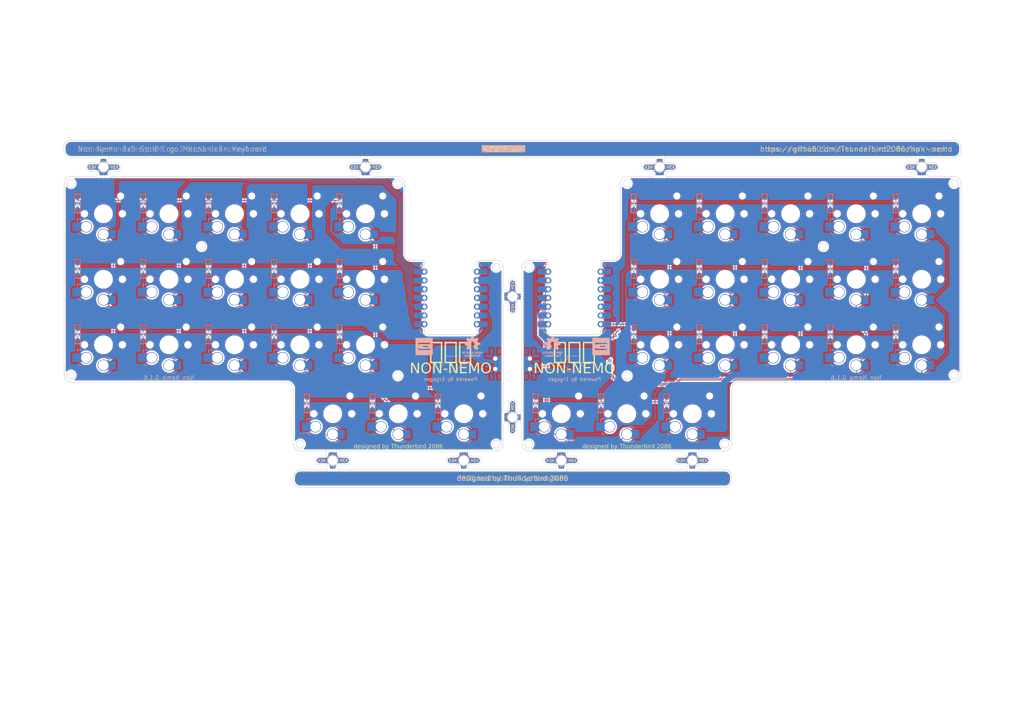
<source format=kicad_pcb>
(kicad_pcb (version 20240108) (generator "pcbnew") (generator_version "8.0")
  (title_block (title "non_nemo_low") (date "2025-04-05") (rev "0.1.6") (company "Allen Choi"))
  (layers (0 "F.Cu" signal) (31 "B.Cu" signal) (34 "B.Paste" user) (35 "F.Paste" user) (36 "B.SilkS" user "B.Silkscreen") (37 "F.SilkS" user "F.Silkscreen") (38 "B.Mask" user) (39 "F.Mask" user) (44 "Edge.Cuts" user))
  (net 0 "")
  (net 1 "GND")
  (net 2 "col_pinky")
  (net 4 "BAT_r")
  (net 5 "Net-(J2-Pin_2)")
  (net 6 "col_ring")
  (net 8 "Net-(J1-Pin_2)")
  (net 9 "Net-(D5-A)")
  (net 10 "col_middle")
  (net 11 "Net-(D6-A)")
  (net 12 "Net-(D7-A)")
  (net 13 "Net-(D8-A)")
  (net 14 "col_index")
  (net 15 "Net-(D9-A)")
  (net 16 "Net-(D10-A)")
  (net 17 "Net-(D11-A)")
  (net 18 "col_inner")
  (net 19 "Net-(D12-A)")
  (net 20 "Net-(D13-A)")
  (net 21 "Net-(D14-A)")
  (net 22 "Net-(D15-A)")
  (net 23 "Net-(D16-A)")
  (net 24 "Net-(D17-A)")
  (net 25 "Net-(D18-A)")
  (net 26 "Net-(D19-A)")
  (net 27 "row_bottom_r")
  (net 28 "row_home_r")
  (net 29 "Net-(D20-A)")
  (net 30 "row_top_r")
  (net 31 "Net-(D21-A)")
  (net 32 "Net-(D22-A)")
  (net 33 "Net-(D23-A)")
  (net 34 "Net-(D24-A)")
  (net 35 "Net-(D25-A)")
  (net 36 "Net-(D26-A)")
  (net 37 "Net-(D27-A)")
  (net 38 "Net-(D28-A)")
  (net 39 "Net-(D29-A)")
  (net 40 "Net-(D30-A)")
  (net 41 "Net-(D31-A)")
  (net 42 "Net-(D32-A)")
  (net 43 "row_bottom")
  (net 44 "row_home")
  (net 45 "row_top")
  (net 46 "row_thumb")
  (net 47 "Net-(D33-A)")
  (net 48 "row_thumb_r")
  (net 49 "Net-(D34-A)")
  (net 50 "Net-(D35-A)")
  (net 51 "Net-(D36-A)")
  (net 52 "Net-(D4-A)")
  (net 53 "Net-(D3-A)")
  (net 54 "Net-(D2-A)")
  (net 55 "Net-(D1-A)")
  (net 56 "col_index_r")
  (net 57 "col_pinky_r")
  (net 58 "col_ring_r")
  (net 59 "col_middle_r")
  (net 60 "col_inner_r")
  (net 68 "BAT")
  (footprint "TB2086_SMD:TB2086_SMD_D3_SMD" (layer "F.Cu") (at 127 117 -90)
    (property "Reference" "D18" (hide yes))
    (property "Value" "D")
  )
  (footprint "mousebites_5p5mm_easysnap" (layer "F.Cu") (at 134.5 136.3 -90)
    (property "Reference" "X3" (hide yes))
    (property "Value" "5.5mm" (hide yes))
    (fp_line (start -1.5 3.9) (end -1.5 2.03) (stroke (width 0.1)) (layer "Edge.Cuts"))
    (fp_line (start -4 2.4) (end -4 3.9) (stroke (width 0.1)) (layer "Edge.Cuts"))
    (fp_line (start -1.5 -2.03) (end -1.5 -3.9) (stroke (width 0.1)) (layer "Edge.Cuts"))
    (fp_line (start -4 -3.9) (end -4 -2.4) (stroke (width 0.1)) (layer "Edge.Cuts"))
    (fp_arc (start -1.5 3.9) (mid -2.75 5.15) (end -4 3.9) (stroke (width 0.1)) (layer "Edge.Cuts"))
    (fp_arc (start -5.5 2.4) (mid -4.75 1.65) (end -4 2.4) (stroke (width 0.1)) (layer "Edge.Cuts"))
    (fp_arc (start -1.5 2.03) (mid -0.75 1.28) (end 0 2.03) (stroke (width 0.1)) (layer "Edge.Cuts"))
    (fp_arc (start 0 -2.03) (mid -0.75 -1.28) (end -1.5 -2.03) (stroke (width 0.1)) (layer "Edge.Cuts"))
    (fp_arc (start -4 -2.4) (mid -4.75 -1.65) (end -5.5 -2.4) (stroke (width 0.1)) (layer "Edge.Cuts"))
    (fp_arc (start -4 -3.9) (mid -2.75 -5.15) (end -1.5 -3.9) (stroke (width 0.1)) (layer "Edge.Cuts"))
  )
  (footprint "TB2086_KEYSWITCH:SW_choc_v1_v2_HS_1u" (layer "F.Cu") (at 49 62)
    (property "Reference" "S6" (hide yes))
    (property "Value" "SW_CHOC_HS")
  )
  (footprint "TB2086_KEYSWITCH:SW_choc_v1_v2_HS_1u" (layer "F.Cu") (at 106 81)
    (property "Reference" "S14" (hide yes))
    (property "Value" "SW_CHOC_HS")
  )
  (footprint "TB2086_KEYSWITCH:SW_choc_v1_v2_HS_1u" (layer "F.Cu") (at 267.3 81)
    (property "Reference" "S20" (hide yes))
    (property "Value" "SW_CHOC_HS")
  )
  (footprint "TB2086_KEYSWITCH:SW_choc_v1_v2_HS_1u" (layer "F.Cu") (at 210.3 81)
    (property "Reference" "S29" (hide yes))
    (property "Value" "SW_CHOC_HS")
  )
  (footprint "undefined" (layer "F.Cu") (at 160.3 100.5)
    (property "Reference" "LOGO4" (hide yes))
    (property "Value" "")
  )
  (footprint "TB2086_SMD:TB2086_SMD_D3_SMD" (layer "F.Cu") (at 98.5 78 -90)
    (property "Reference" "D14" (hide yes))
    (property "Value" "D")
  )
  (footprint "TB2086_SMD:TB2086_SMD_D3_SMD" (layer "F.Cu") (at 79.5 97 -90)
    (property "Reference" "D10" (hide yes))
    (property "Value" "D")
  )
  (footprint "TB2086_SMD:TB2086_SMD_D3_SMD" (layer "F.Cu") (at 183.8 78 -90)
    (property "Reference" "D32" (hide yes))
    (property "Value" "D")
  )
  (footprint "TB2086_SMD:SW_SPDT_PCM12" (layer "F.Cu") (at 143.3 105.5 90)
    (property "Reference" "SW_SPDT1" (hide yes))
    (property "Value" "SW_SPDT1" (hide yes))
  )
  (footprint "TB2086_SMD:TB2086_SMD_D3_SMD" (layer "F.Cu") (at 22.5 97 -90)
    (property "Reference" "D1" (hide yes))
    (property "Value" "D")
  )
  (footprint "TB2086_MISC:Molex_Pico-EZmate_78171-0002_1x02-1MP_P1.20mm_HandSolder" (layer "F.Cu") (at 166.6 105.5 90)
    (property "Reference" "J2" (hide yes))
    (property "Value" "Conn_BAT")
  )
  (footprint "TB2086_SMD:TB2086_SMD_D3_SMD" (layer "F.Cu") (at 259.8 97 -90)
    (property "Reference" "D19" (hide yes))
    (property "Value" "D")
  )
  (footprint "TB2086_MCU:Xiao_nRF52840_edgecut" (layer "F.Cu") (at 130.7 86.41)
    (property "Reference" "MCU1" (hide yes))
    (property "Value" "Xiao nRF52840")
    (fp_line (start -7.62 9.678) (end -7.619768 -10.410053) (stroke (width 0.15)) (layer "Edge.Cuts"))
    (fp_line (start 6.62 10.678) (end -6.62 10.678) (stroke (width 0.15)) (layer "Edge.Cuts"))
    (fp_line (start 7.62 9.678) (end 7.619768 -10.410053) (stroke (width 0.15)) (layer "Edge.Cuts"))
    (fp_arc (start -8.119768 -10.910053) (mid -7.766216 -10.763605) (end -7.619768 -10.410053) (stroke (width 0.15)) (layer "Edge.Cuts"))
    (fp_arc (start -6.62 10.678) (mid -7.327107 10.385107) (end -7.62 9.678) (stroke (width 0.15)) (layer "Edge.Cuts"))
    (fp_arc (start 7.619768 -10.410053) (mid 7.766218 -10.763602) (end 8.119768 -10.910053) (stroke (width 0.15)) (layer "Edge.Cuts"))
    (fp_arc (start 7.62 9.678) (mid 7.327107 10.385107) (end 6.62 10.678) (stroke (width 0.15)) (layer "Edge.Cuts"))
  )
  (footprint "TB2086_KEYSWITCH:SW_choc_v1_v2_HS_1u" (layer "F.Cu") (at 210.3 100)
    (property "Reference" "S28" (hide yes))
    (property "Value" "SW_CHOC_HS")
  )
  (footprint "TB2086_KEYSWITCH:SW_choc_v1_v2_HS_1u" (layer "F.Cu") (at 30 81)
    (property "Reference" "S2" (hide yes))
    (property "Value" "SW_CHOC_HS")
  )
  (footprint "mousebites_5p5mm_easysnap" (layer "F.Cu") (at 191.3 45.7 90)
    (property "Reference" "X9" (hide yes))
    (property "Value" "5.5mm" (hide yes))
    (fp_line (start -4 -3.9) (end -4 -2.4) (stroke (width 0.1)) (layer "Edge.Cuts"))
    (fp_line (start -1.5 -2.03) (end -1.5 -3.9) (stroke (width 0.1)) (layer "Edge.Cuts"))
    (fp_line (start -4 2.4) (end -4 3.9) (stroke (width 0.1)) (layer "Edge.Cuts"))
    (fp_line (start -1.5 3.9) (end -1.5 2.03) (stroke (width 0.1)) (layer "Edge.Cuts"))
    (fp_arc (start -4 -3.9) (mid -2.75 -5.15) (end -1.5 -3.9) (stroke (width 0.1)) (layer "Edge.Cuts"))
    (fp_arc (start -4 -2.4) (mid -4.75 -1.65) (end -5.5 -2.4) (stroke (width 0.1)) (layer "Edge.Cuts"))
    (fp_arc (start 0 -2.03) (mid -0.75 -1.28) (end -1.5 -2.03) (stroke (width 0.1)) (layer "Edge.Cuts"))
    (fp_arc (start -1.5 2.03) (mid -0.75 1.28) (end 0 2.03) (stroke (width 0.1)) (layer "Edge.Cuts"))
    (fp_arc (start -5.5 2.4) (mid -4.75 1.65) (end -4 2.4) (stroke (width 0.1)) (layer "Edge.Cuts"))
    (fp_arc (start -1.5 3.9) (mid -2.75 5.15) (end -4 3.9) (stroke (width 0.1)) (layer "Edge.Cuts"))
  )
  (footprint "TB2086_KEYSWITCH:SW_choc_v1_v2_HS_1u" (layer "F.Cu") (at 68 81)
    (property "Reference" "S8" (hide yes))
    (property "Value" "SW_CHOC_HS")
  )
  (footprint "TB2086_KEYSWITCH:SW_choc_v1_v2_HS_1u" (layer "F.Cu") (at 87 62)
    (property "Reference" "S12" (hide yes))
    (property "Value" "SW_CHOC_HS")
  )
  (footprint "mousebites_5p5mm_easysnap" (layer "F.Cu") (at 30 45.7 90)
    (property "Reference" "X6" (hide yes))
    (property "Value" "5.5mm" (hide yes))
    (fp_line (start -4 -3.9) (end -4 -2.4) (stroke (width 0.1)) (layer "Edge.Cuts"))
    (fp_line (start -1.5 -2.03) (end -1.5 -3.9) (stroke (width 0.1)) (layer "Edge.Cuts"))
    (fp_line (start -4 2.4) (end -4 3.9) (stroke (width 0.1)) (layer "Edge.Cuts"))
    (fp_line (start -1.5 3.9) (end -1.5 2.03) (stroke (width 0.1)) (layer "Edge.Cuts"))
    (fp_arc (start -4 -3.9) (mid -2.75 -5.15) (end -1.5 -3.9) (stroke (width 0.1)) (layer "Edge.Cuts"))
    (fp_arc (start -4 -2.4) (mid -4.75 -1.65) (end -5.5 -2.4) (stroke (width 0.1)) (layer "Edge.Cuts"))
    (fp_arc (start 0 -2.03) (mid -0.75 -1.28) (end -1.5 -2.03) (stroke (width 0.1)) (layer "Edge.Cuts"))
    (fp_arc (start -1.5 2.03) (mid -0.75 1.28) (end 0 2.03) (stroke (width 0.1)) (layer "Edge.Cuts"))
    (fp_arc (start -5.5 2.4) (mid -4.75 1.65) (end -4 2.4) (stroke (width 0.1)) (layer "Edge.Cuts"))
    (fp_arc (start -1.5 3.9) (mid -2.75 5.15) (end -4 3.9) (stroke (width 0.1)) (layer "Edge.Cuts"))
  )
  (footprint "TB2086_SMD:TB2086_SMD_D3_SMD" (layer "F.Cu") (at 79.5 59 -90)
    (property "Reference" "D12" (hide yes))
    (property "Value" "D")
  )
  (footprint "TB2086_KEYSWITCH:SW_choc_v1_v2_HS_1u" (layer "F.Cu") (at 134.5 120)
    (property "Reference" "S18" (hide yes))
    (property "Value" "SW_CHOC_HS")
  )
  (footprint "TB2086_KEYSWITCH:SW_choc_v1_v2_HS_1u" (layer "F.Cu") (at 229.3 100)
    (property "Reference" "S25" (hide yes))
    (property "Value" "SW_CHOC_HS")
  )
  (footprint "TB2086_KEYSWITCH:SW_choc_v1_v2_HS_1u" (layer "F.Cu") (at 181.8 120)
    (property "Reference" "S35" (hide yes))
    (property "Value" "SW_CHOC_HS")
  )
  (footprint "TB2086_KEYSWITCH:SW_choc_v1_v2_HS_1u" (layer "F.Cu") (at 229.3 81)
    (property "Reference" "S26" (hide yes))
    (property "Value" "SW_CHOC_HS")
  )
  (footprint "TB2086_SMD:TB2086_SMD_D3_SMD" (layer "F.Cu") (at 60.5 59 -90)
    (property "Reference" "D9" (hide yes))
    (property "Value" "D")
  )
  (footprint "mousebites_5p5mm_easysnap" (layer "F.Cu") (at 96.5 136.3 -90)
    (property "Reference" "X2" (hide yes))
    (property "Value" "5.5mm" (hide yes))
    (fp_line (start -1.5 3.9) (end -1.5 2.03) (stroke (width 0.1)) (layer "Edge.Cuts"))
    (fp_line (start -4 2.4) (end -4 3.9) (stroke (width 0.1)) (layer "Edge.Cuts"))
    (fp_line (start -1.5 -2.03) (end -1.5 -3.9) (stroke (width 0.1)) (layer "Edge.Cuts"))
    (fp_line (start -4 -3.9) (end -4 -2.4) (stroke (width 0.1)) (layer "Edge.Cuts"))
    (fp_arc (start -1.5 3.9) (mid -2.75 5.15) (end -4 3.9) (stroke (width 0.1)) (layer "Edge.Cuts"))
    (fp_arc (start -5.5 2.4) (mid -4.75 1.65) (end -4 2.4) (stroke (width 0.1)) (layer "Edge.Cuts"))
    (fp_arc (start -1.5 2.03) (mid -0.75 1.28) (end 0 2.03) (stroke (width 0.1)) (layer "Edge.Cuts"))
    (fp_arc (start 0 -2.03) (mid -0.75 -1.28) (end -1.5 -2.03) (stroke (width 0.1)) (layer "Edge.Cuts"))
    (fp_arc (start -4 -2.4) (mid -4.75 -1.65) (end -5.5 -2.4) (stroke (width 0.1)) (layer "Edge.Cuts"))
    (fp_arc (start -4 -3.9) (mid -2.75 -5.15) (end -1.5 -3.9) (stroke (width 0.1)) (layer "Edge.Cuts"))
  )
  (footprint "TB2086_KEYSWITCH:SW_choc_v1_v2_HS_1u" (layer "F.Cu") (at 248.3 62)
    (property "Reference" "S24" (hide yes))
    (property "Value" "SW_CHOC_HS")
  )
  (footprint "TB2086_KEYSWITCH:SW_choc_v1_v2_HS_1u" (layer "F.Cu") (at 200.8 120)
    (property "Reference" "S34" (hide yes))
    (property "Value" "SW_CHOC_HS")
  )
  (footprint "TB2086_KEYSWITCH:SW_choc_v1_v2_HS_1u" (layer "F.Cu") (at 191.3 62)
    (property "Reference" "S33" (hide yes))
    (property "Value" "SW_CHOC_HS")
  )
  (footprint "TB2086_SMD:TB2086_SMD_D3_SMD" (layer "F.Cu") (at 202.8 59 -90)
    (property "Reference" "D30" (hide yes))
    (property "Value" "D")
  )
  (footprint "TB2086_KEYSWITCH:SW_choc_v1_v2_HS_1u" (layer "F.Cu") (at 30 62)
    (property "Reference" "S3" (hide yes))
    (property "Value" "SW_CHOC_HS")
  )
  (footprint "TB2086_SMD:TB2086_SMD_D3_SMD" (layer "F.Cu") (at 155.3 117 -90)
    (property "Reference" "D36" (hide yes))
    (property "Value" "D")
  )
  (footprint "TB2086_SMD:TB2086_SMD_D3_SMD" (layer "F.Cu") (at 60.5 78 -90)
    (property "Reference" "D8" (hide yes))
    (property "Value" "D")
  )
  (footprint "TB2086_KEYSWITCH:SW_choc_v1_v2_HS_1u" (layer "F.Cu") (at 191.3 100)
    (property "Reference" "S31" (hide yes))
    (property "Value" "SW_CHOC_HS")
  )
  (footprint "TB2086_KEYSWITCH:SW_choc_v1_v2_HS_1u" (layer "F.Cu") (at 87 81)
    (property "Reference" "S11" (hide yes))
    (property "Value" "SW_CHOC_HS")
  )
  (footprint "TB2086_SMD:TB2086_SMD_D3_SMD" (layer "F.Cu") (at 240.8 78 -90)
    (property "Reference" "D23" (hide yes))
    (property "Value" "D")
  )
  (footprint "TB2086_KEYSWITCH:SW_choc_v1_v2_HS_1u" (layer "F.Cu") (at 49 81)
    (property "Reference" "S5" (hide yes))
    (property "Value" "SW_CHOC_HS")
  )
  (footprint "TB2086_SMD:TB2086_SMD_D3_SMD" (layer "F.Cu") (at 202.8 78 -90)
    (property "Reference" "D29" (hide yes))
    (property "Value" "D")
  )
  (footprint "TB2086_SMD:TB2086_SMD_D3_SMD" (layer "F.Cu") (at 240.8 59 -90)
    (property "Reference" "D24" (hide yes))
    (property "Value" "D")
  )
  (footprint "TB2086_SMD:TB2086_SMD_D3_SMD" (layer "F.Cu") (at 60.5 97 -90)
    (property "Reference" "D7" (hide yes))
    (property "Value" "D")
  )
  (footprint "TB2086_SMD:TB2086_SMD_D3_SMD" (layer "F.Cu") (at 221.8 97 -90)
    (property "Reference" "D25" (hide yes))
    (property "Value" "D")
  )
  (footprint "mousebites_5p5mm_easysnap" (layer "F.Cu") (at 106 45.7 90)
    (property "Reference" "X7" (hide yes))
    (property "Value" "5.5mm" (hide yes))
    (fp_line (start -4 -3.9) (end -4 -2.4) (stroke (width 0.1)) (layer "Edge.Cuts"))
    (fp_line (start -1.5 -2.03) (end -1.5 -3.9) (stroke (width 0.1)) (layer "Edge.Cuts"))
    (fp_line (start -4 2.4) (end -4 3.9) (stroke (width 0.1)) (layer "Edge.Cuts"))
    (fp_line (start -1.5 3.9) (end -1.5 2.03) (stroke (width 0.1)) (layer "Edge.Cuts"))
    (fp_arc (start -4 -3.9) (mid -2.75 -5.15) (end -1.5 -3.9) (stroke (width 0.1)) (layer "Edge.Cuts"))
    (fp_arc (start -4 -2.4) (mid -4.75 -1.65) (end -5.5 -2.4) (stroke (width 0.1)) (layer "Edge.Cuts"))
    (fp_arc (start 0 -2.03) (mid -0.75 -1.28) (end -1.5 -2.03) (stroke (width 0.1)) (layer "Edge.Cuts"))
    (fp_arc (start -1.5 2.03) (mid -0.75 1.28) (end 0 2.03) (stroke (width 0.1)) (layer "Edge.Cuts"))
    (fp_arc (start -5.5 2.4) (mid -4.75 1.65) (end -4 2.4) (stroke (width 0.1)) (layer "Edge.Cuts"))
    (fp_arc (start -1.5 3.9) (mid -2.75 5.15) (end -4 3.9) (stroke (width 0.1)) (layer "Edge.Cuts"))
  )
  (footprint "TB2086_KEYSWITCH:SW_choc_v1_v2_HS_1u" (layer "F.Cu") (at 68 62)
    (property "Reference" "S9" (hide yes))
    (property "Value" "SW_CHOC_HS")
  )
  (footprint "TB2086_KEYSWITCH:SW_choc_v1_v2_HS_1u" (layer "F.Cu") (at 115.5 120)
    (property "Reference" "S17" (hide yes))
    (property "Value" "SW_CHOC_HS")
  )
  (footprint "TB2086_KEYSWITCH:SW_choc_v1_v2_HS_1u" (layer "F.Cu") (at 106 62)
    (property "Reference" "S15" (hide yes))
    (property "Value" "SW_CHOC_HS")
  )
  (footprint "TB2086_KEYSWITCH:SW_choc_v1_v2_HS_1u" (layer "F.Cu") (at 248.3 81)
    (property "Reference" "S23" (hide yes))
    (property "Value" "SW_CHOC_HS")
  )
  (footprint "TB2086_KEYSWITCH:SW_choc_v1_v2_HS_1u" (layer "F.Cu") (at 267.3 100)
    (property "Reference" "S19" (hide yes))
    (property "Value" "SW_CHOC_HS")
  )
  (footprint "TB2086_SMD:TB2086_SMD_D3_SMD" (layer "F.Cu") (at 221.8 78 -90)
    (property "Reference" "D26" (hide yes))
    (property "Value" "D")
  )
  (footprint "TB2086_SMD:TB2086_SMD_D3_SMD" (layer "F.Cu") (at 108 117 -90)
    (property "Reference" "D17" (hide yes))
    (property "Value" "D")
  )
  (footprint "TB2086_SMD:SW_SPDT_PCM12" (layer "F.Cu") (at 154 105.5 -90)
    (property "Reference" "SW_SPDT2" (hide yes))
    (property "Value" "SW_SPDT2" (hide yes))
  )
  (footprint "TB2086_SMD:TB2086_SMD_D3_SMD" (layer "F.Cu") (at 22.5 78 -90)
    (property "Reference" "D2" (hide yes))
    (property "Value" "D")
  )
  (footprint "TB2086_SMD:TB2086_SMD_D3_SMD" (layer "F.Cu") (at 98.5 59 -90)
    (property "Reference" "D15" (hide yes))
    (property "Value" "D")
  )
  (footprint "TB2086_KEYSWITCH:SW_choc_v1_v2_HS_1u" (layer "F.Cu") (at 267.3 62)
    (property "Reference" "S21" (hide yes))
    (property "Value" "SW_CHOC_HS")
  )
  (footprint "TB2086_SMD:TB2086_SMD_D3_SMD" (layer "F.Cu") (at 41.5 97 -90)
    (property "Reference" "D4" (hide yes))
    (property "Value" "D")
  )
  (footprint "TB2086_SMD:TB2086_SMD_D3_SMD" (layer "F.Cu") (at 202.8 97 -90)
    (property "Reference" "D28" (hide yes))
    (property "Value" "D")
  )
  (footprint "mousebites_5p5mm_easysnap" (layer "F.Cu") (at 151.4 121)
    (property "Reference" "X1" (hide yes))
    (property "Value" "5.5mm" (hide yes))
    (fp_line (start -4 -3.9) (end -4 -2.4) (stroke (width 0.1)) (layer "Edge.Cuts"))
    (fp_line (start -4 2.4) (end -4 3.9) (stroke (width 0.1)) (layer "Edge.Cuts"))
    (fp_line (start -1.5 -2.03) (end -1.5 -3.9) (stroke (width 0.1)) (layer "Edge.Cuts"))
    (fp_line (start -1.5 3.9) (end -1.5 2.03) (stroke (width 0.1)) (layer "Edge.Cuts"))
    (fp_arc (start -5.5 2.4) (mid -4.75 1.65) (end -4 2.4) (stroke (width 0.1)) (layer "Edge.Cuts"))
    (fp_arc (start -4 -3.9) (mid -2.75 -5.15) (end -1.5 -3.9) (stroke (width 0.1)) (layer "Edge.Cuts"))
    (fp_arc (start -4 -2.4) (mid -4.75 -1.65) (end -5.5 -2.4) (stroke (width 0.1)) (layer "Edge.Cuts"))
    (fp_arc (start -1.5 2.03) (mid -0.75 1.28) (end 0 2.03) (stroke (width 0.1)) (layer "Edge.Cuts"))
    (fp_arc (start -1.5 3.9) (mid -2.75 5.15) (end -4 3.9) (stroke (width 0.1)) (layer "Edge.Cuts"))
    (fp_arc (start 0 -2.03) (mid -0.75 -1.28) (end -1.5 -2.03) (stroke (width 0.1)) (layer "Edge.Cuts"))
  )
  (footprint "TB2086_SMD:TB2086_SMD_D3_SMD" (layer "F.Cu") (at 41.5 59 -90)
    (property "Reference" "D6" (hide yes))
    (property "Value" "D")
  )
  (footprint "mousebites_5p5mm_easysnap" (layer "F.Cu") (at 267.3 45.7 90)
    (property "Reference" "X8" (hide yes))
    (property "Value" "5.5mm" (hide yes))
    (fp_line (start -4 -3.9) (end -4 -2.4) (stroke (width 0.1)) (layer "Edge.Cuts"))
    (fp_line (start -1.5 -2.03) (end -1.5 -3.9) (stroke (width 0.1)) (layer "Edge.Cuts"))
    (fp_line (start -4 2.4) (end -4 3.9) (stroke (width 0.1)) (layer "Edge.Cuts"))
    (fp_line (start -1.5 3.9) (end -1.5 2.03) (stroke (width 0.1)) (layer "Edge.Cuts"))
    (fp_arc (start -4 -3.9) (mid -2.75 -5.15) (end -1.5 -3.9) (stroke (width 0.1)) (layer "Edge.Cuts"))
    (fp_arc (start -4 -2.4) (mid -4.75 -1.65) (end -5.5 -2.4) (stroke (width 0.1)) (layer "Edge.Cuts"))
    (fp_arc (start 0 -2.03) (mid -0.75 -1.28) (end -1.5 -2.03) (stroke (width 0.1)) (layer "Edge.Cuts"))
    (fp_arc (start -1.5 2.03) (mid -0.75 1.28) (end 0 2.03) (stroke (width 0.1)) (layer "Edge.Cuts"))
    (fp_arc (start -5.5 2.4) (mid -4.75 1.65) (end -4 2.4) (stroke (width 0.1)) (layer "Edge.Cuts"))
    (fp_arc (start -1.5 3.9) (mid -2.75 5.15) (end -4 3.9) (stroke (width 0.1)) (layer "Edge.Cuts"))
  )
  (footprint "TB2086_SMD:TB2086_SMD_D3_SMD" (layer "F.Cu") (at 79.5 78 -90)
    (property "Reference" "D11" (hide yes))
    (property "Value" "D")
  )
  (footprint "TB2086_SMD:TB2086_SMD_D3_SMD" (layer "F.Cu") (at 98.5 97 -90)
    (property "Reference" "D13" (hide yes))
    (property "Value" "D")
  )
  (footprint "TB2086_KEYSWITCH:SW_choc_v1_v2_HS_1u" (layer "F.Cu") (at 96.5 120)
    (property "Reference" "S16" (hide yes))
    (property "Value" "SW_CHOC_HS")
  )
  (footprint "TB2086_SMD:TB2086_SMD_D3_SMD" (layer "F.Cu") (at 22.5 59 -90)
    (property "Reference" "D3" (hide yes))
    (property "Value" "D")
  )
  (footprint "TB2086_MISC:Molex_Pico-EZmate_78171-0002_1x02-1MP_P1.20mm_HandSolder" (layer "F.Cu") (at 130.7 105.5 -90)
    (property "Reference" "J1" (hide yes))
    (property "Value" "Conn_BAT")
  )
  (footprint "TB2086_KEYSWITCH:SW_choc_v1_v2_HS_1u" (layer "F.Cu") (at 68 100)
    (property "Reference" "S7" (hide yes))
    (property "Value" "SW_CHOC_HS")
  )
  (footprint "TB2086_SMD:TB2086_SMD_D3_SMD" (layer "F.Cu") (at 259.8 78 -90)
    (property "Reference" "D20" (hide yes))
    (property "Value" "D")
  )
  (footprint "TB2086_SMD:TB2086_SMD_D3_SMD" (layer "F.Cu") (at 183.8 59 -90)
    (property "Reference" "D33" (hide yes))
    (property "Value" "D")
  )
  (footprint "TB2086_MCU:Xiao_nRF52840_edgecut" (layer "F.Cu") (at 166.6 86.41)
    (property "Reference" "MCU2" (hide yes))
    (property "Value" "Xiao nRF52840")
    (fp_line (start -7.62 9.678) (end -7.619768 -10.410053) (stroke (width 0.15)) (layer "Edge.Cuts"))
    (fp_line (start 6.62 10.678) (end -6.62 10.678) (stroke (width 0.15)) (layer "Edge.Cuts"))
    (fp_line (start 7.62 9.678) (end 7.619768 -10.410053) (stroke (width 0.15)) (layer "Edge.Cuts"))
    (fp_arc (start -8.119768 -10.910053) (mid -7.766216 -10.763605) (end -7.619768 -10.410053) (stroke (width 0.15)) (layer "Edge.Cuts"))
    (fp_arc (start -6.62 10.678) (mid -7.327107 10.385107) (end -7.62 9.678) (stroke (width 0.15)) (layer "Edge.Cuts"))
    (fp_arc (start 7.619768 -10.410053) (mid 7.766218 -10.763602) (end 8.119768 -10.910053) (stroke (width 0.15)) (layer "Edge.Cuts"))
    (fp_arc (start 7.62 9.678) (mid 7.327107 10.385107) (end 6.62 10.678) (stroke (width 0.15)) (layer "Edge.Cuts"))
  )
  (footprint "TB2086_KEYSWITCH:SW_choc_v1_v2_HS_1u" (layer "F.Cu") (at 49 100)
    (property "Reference" "S4" (hide yes))
    (property "Value" "SW_CHOC_HS")
  )
  (footprint "TB2086_KEYSWITCH:SW_choc_v1_v2_HS_1u" (layer "F.Cu") (at 87 100)
    (property "Reference" "S10" (hide yes))
    (property "Value" "SW_CHOC_HS")
  )
  (footprint "TB2086_SMD:TB2086_SMD_D3_SMD" (layer "F.Cu") (at 89 117 -90)
    (property "Reference" "D16" (hide yes))
    (property "Value" "D")
  )
  (footprint "mousebites_5p5mm_easysnap" (layer "F.Cu") (at 151.4 86)
    (property "Reference" "X10" (hide yes))
    (property "Value" "5.5mm" (hide yes))
    (fp_line (start -4 -3.9) (end -4 -2.4) (stroke (width 0.1)) (layer "Edge.Cuts"))
    (fp_line (start -4 2.4) (end -4 3.9) (stroke (width 0.1)) (layer "Edge.Cuts"))
    (fp_line (start -1.5 -2.03) (end -1.5 -3.9) (stroke (width 0.1)) (layer "Edge.Cuts"))
    (fp_line (start -1.5 3.9) (end -1.5 2.03) (stroke (width 0.1)) (layer "Edge.Cuts"))
    (fp_arc (start -5.5 2.4) (mid -4.75 1.65) (end -4 2.4) (stroke (width 0.1)) (layer "Edge.Cuts"))
    (fp_arc (start -4 -3.9) (mid -2.75 -5.15) (end -1.5 -3.9) (stroke (width 0.1)) (layer "Edge.Cuts"))
    (fp_arc (start -4 -2.4) (mid -4.75 -1.65) (end -5.5 -2.4) (stroke (width 0.1)) (layer "Edge.Cuts"))
    (fp_arc (start -1.5 2.03) (mid -0.75 1.28) (end 0 2.03) (stroke (width 0.1)) (layer "Edge.Cuts"))
    (fp_arc (start -1.5 3.9) (mid -2.75 5.15) (end -4 3.9) (stroke (width 0.1)) (layer "Edge.Cuts"))
    (fp_arc (start 0 -2.03) (mid -0.75 -1.28) (end -1.5 -2.03) (stroke (width 0.1)) (layer "Edge.Cuts"))
  )
  (footprint "TB2086_SMD:TB2086_SMD_D3_SMD" (layer "F.Cu") (at 174.3 117 -90)
    (property "Reference" "D35" (hide yes))
    (property "Value" "D")
  )
  (footprint "undefined" (layer "F.Cu") (at 137 100.5)
    (property "Reference" "LOGO2" (hide yes))
    (property "Value" "")
  )
  (footprint "TB2086_KEYSWITCH:SW_choc_v1_v2_HS_1u" (layer "F.Cu") (at 229.3 62)
    (property "Reference" "S27" (hide yes))
    (property "Value" "SW_CHOC_HS")
  )
  (footprint "TB2086_SMD:TB2086_SMD_D3_SMD" (layer "F.Cu") (at 41.5 78 -90)
    (property "Reference" "D5" (hide yes))
    (property "Value" "D")
  )
  (footprint "TB2086_SMD:TB2086_SMD_D3_SMD" (layer "F.Cu") (at 240.8 97 -90)
    (property "Reference" "D22" (hide yes))
    (property "Value" "D")
  )
  (footprint "mousebites_5p5mm_easysnap" (layer "F.Cu") (at 200.8 136.3 -90)
    (property "Reference" "X4" (hide yes))
    (property "Value" "5.5mm" (hide yes))
    (fp_line (start -1.5 3.9) (end -1.5 2.03) (stroke (width 0.1)) (layer "Edge.Cuts"))
    (fp_line (start -4 2.4) (end -4 3.9) (stroke (width 0.1)) (layer "Edge.Cuts"))
    (fp_line (start -1.5 -2.03) (end -1.5 -3.9) (stroke (width 0.1)) (layer "Edge.Cuts"))
    (fp_line (start -4 -3.9) (end -4 -2.4) (stroke (width 0.1)) (layer "Edge.Cuts"))
    (fp_arc (start -1.5 3.9) (mid -2.75 5.15) (end -4 3.9) (stroke (width 0.1)) (layer "Edge.Cuts"))
    (fp_arc (start -5.5 2.4) (mid -4.75 1.65) (end -4 2.4) (stroke (width 0.1)) (layer "Edge.Cuts"))
    (fp_arc (start -1.5 2.03) (mid -0.75 1.28) (end 0 2.03) (stroke (width 0.1)) (layer "Edge.Cuts"))
    (fp_arc (start 0 -2.03) (mid -0.75 -1.28) (end -1.5 -2.03) (stroke (width 0.1)) (layer "Edge.Cuts"))
    (fp_arc (start -4 -2.4) (mid -4.75 -1.65) (end -5.5 -2.4) (stroke (width 0.1)) (layer "Edge.Cuts"))
    (fp_arc (start -4 -3.9) (mid -2.75 -5.15) (end -1.5 -3.9) (stroke (width 0.1)) (layer "Edge.Cuts"))
  )
  (footprint "TB2086_SMD:TB2086_SMD_D3_SMD" (layer "F.Cu") (at 259.8 59 -90)
    (property "Reference" "D21" (hide yes))
    (property "Value" "D")
  )
  (footprint "mousebites_5p5mm_easysnap" (layer "F.Cu") (at 162.8 136.3 -90)
    (property "Reference" "X5" (hide yes))
    (property "Value" "5.5mm" (hide yes))
    (fp_line (start -1.5 3.9) (end -1.5 2.03) (stroke (width 0.1)) (layer "Edge.Cuts"))
    (fp_line (start -4 2.4) (end -4 3.9) (stroke (width 0.1)) (layer "Edge.Cuts"))
    (fp_line (start -1.5 -2.03) (end -1.5 -3.9) (stroke (width 0.1)) (layer "Edge.Cuts"))
    (fp_line (start -4 -3.9) (end -4 -2.4) (stroke (width 0.1)) (layer "Edge.Cuts"))
    (fp_arc (start -1.5 3.9) (mid -2.75 5.15) (end -4 3.9) (stroke (width 0.1)) (layer "Edge.Cuts"))
    (fp_arc (start -5.5 2.4) (mid -4.75 1.65) (end -4 2.4) (stroke (width 0.1)) (layer "Edge.Cuts"))
    (fp_arc (start -1.5 2.03) (mid -0.75 1.28) (end 0 2.03) (stroke (width 0.1)) (layer "Edge.Cuts"))
    (fp_arc (start 0 -2.03) (mid -0.75 -1.28) (end -1.5 -2.03) (stroke (width 0.1)) (layer "Edge.Cuts"))
    (fp_arc (start -4 -2.4) (mid -4.75 -1.65) (end -5.5 -2.4) (stroke (width 0.1)) (layer "Edge.Cuts"))
    (fp_arc (start -4 -3.9) (mid -2.75 -5.15) (end -1.5 -3.9) (stroke (width 0.1)) (layer "Edge.Cuts"))
  )
  (footprint "TB2086_KEYSWITCH:SW_choc_v1_v2_HS_1u" (layer "F.Cu") (at 191.3 81)
    (property "Reference" "S32" (hide yes))
    (property "Value" "SW_CHOC_HS")
  )
  (footprint "TB2086_KEYSWITCH:SW_choc_v1_v2_HS_1u" (layer "F.Cu") (at 248.3 100)
    (property "Reference" "S22" (hide yes))
    (property "Value" "SW_CHOC_HS")
  )
  (footprint "TB2086_SMD:TB2086_SMD_D3_SMD" (layer "F.Cu") (at 183.8 97 -90)
    (property "Reference" "D31" (hide yes))
    (property "Value" "D")
  )
  (footprint "TB2086_KEYSWITCH:SW_choc_v1_v2_HS_1u" (layer "F.Cu") (at 106 100)
    (property "Reference" "S13" (hide yes))
    (property "Value" "SW_CHOC_HS")
  )
  (footprint "TB2086_KEYSWITCH:SW_choc_v1_v2_HS_1u" (layer "F.Cu") (at 210.3 62)
    (property "Reference" "S30" (hide yes))
    (property "Value" "SW_CHOC_HS")
  )
  (footprint "TB2086_KEYSWITCH:SW_choc_v1_v2_HS_1u" (layer "F.Cu") (at 30 100)
    (property "Reference" "S1" (hide yes))
    (property "Value" "SW_CHOC_HS")
  )
  (footprint "TB2086_SMD:TB2086_SMD_D3_SMD" (layer "F.Cu") (at 193.3 117 -90)
    (property "Reference" "D34" (hide yes))
    (property "Value" "D")
  )
  (footprint "TB2086_SMD:TB2086_SMD_D3_SMD" (layer "F.Cu") (at 221.8 59 -90)
    (property "Reference" "D27" (hide yes))
    (property "Value" "D")
  )
  (footprint "TB2086_KEYSWITCH:SW_choc_v1_v2_HS_1u" (layer "F.Cu") (at 162.8 120)
    (property "Reference" "S36" (hide yes))
    (property "Value" "SW_CHOC_HS")
  )
  (footprint "ceoloide:utility_ergogen_logo" (layer "B.Cu") (at 174.3 100.5)
    (property "Reference" "LOGO3" (hide yes))
    (property "Value" "")
  )
  (footprint "ceoloide:utility_ergogen_logo" (layer "B.Cu") (at 123 100.5)
    (property "Reference" "LOGO1" (hide yes))
    (property "Value" "")
  )
  (gr_line (start 20.6 110.8) (end 83.1 110.8) (stroke (width 0.15)) (layer "Edge.Cuts"))
  (gr_line (start 151.4 123.03) (end 151.4 128.8) (stroke (width 0.15)) (layer "Edge.Cuts"))
  (gr_arc (start 212.2 139.3) (mid 211.614214 140.714214) (end 210.2 141.3) (stroke (width 0.15)) (layer "Edge.Cuts"))
  (gr_arc (start 87.1 141.3) (mid 85.685786 140.714214) (end 85.1 139.3) (stroke (width 0.15)) (layer "Edge.Cuts"))
  (gr_line (start 198.4 130.8) (end 165.2 130.8) (stroke (width 0.15)) (layer "Edge.Cuts"))
  (gr_line (start 18.6 108.8) (end 18.6 53.2) (stroke (width 0.15)) (layer "Edge.Cuts"))
  (gr_line (start 202.83 136.3) (end 210.2 136.3) (stroke (width 0.15)) (layer "Edge.Cuts"))
  (gr_line (start 151.4 83.97) (end 151.4 77.5) (stroke (width 0.15)) (layer "Edge.Cuts"))
  (gr_line (start 212.2 128.8) (end 212.2 112.8) (stroke (width 0.15)) (layer "Edge.Cuts"))
  (gr_arc (start 143.9 75.5) (mid 145.314214 76.085786) (end 145.9 77.5) (stroke (width 0.15)) (layer "Edge.Cuts"))
  (gr_line (start 138.819768 75.499947) (end 143.9 75.500036) (stroke (width 0.15)) (layer "Edge.Cuts"))
  (gr_line (start 117.4 73.5) (end 117.4 53.2) (stroke (width 0.15)) (layer "Edge.Cuts"))
  (gr_arc (start 278.65 43.7) (mid 278.064214 45.114214) (end 276.65 45.7) (stroke (width 0.15)) (layer "Edge.Cuts"))
  (gr_circle (center 143.9 128.8) (end 145.05 128.8) (stroke (width 0.15)) (fill none) (layer "Edge.Cuts"))
  (gr_line (start 276.65 45.7) (end 269.33 45.7) (stroke (width 0.15)) (layer "Edge.Cuts"))
  (gr_arc (start 212.2 112.8) (mid 212.785786 111.385786) (end 214.2 110.8) (stroke (width 0.15)) (layer "Edge.Cuts"))
  (gr_line (start 278.65 43.7) (end 278.65 42.7) (stroke (width 0.15)) (layer "Edge.Cuts"))
  (gr_arc (start 20.6 110.8) (mid 19.185786 110.214214) (end 18.6 108.8) (stroke (width 0.15)) (layer "Edge.Cuts"))
  (gr_arc (start 119.4 75.5) (mid 117.985786 74.914214) (end 117.4 73.5) (stroke (width 0.15)) (layer "Edge.Cuts"))
  (gr_line (start 177.9 75.5) (end 174.719768 75.499947) (stroke (width 0.15)) (layer "Edge.Cuts"))
  (gr_line (start 85.1 112.8) (end 85.1 128.8) (stroke (width 0.15)) (layer "Edge.Cuts"))
  (gr_arc (start 115.4 51.2) (mid 116.814214 51.785786) (end 117.4 53.2) (stroke (width 0.15)) (layer "Edge.Cuts"))
  (gr_line (start 276.7 51.2) (end 269.7 51.2) (stroke (width 0.15)) (layer "Edge.Cuts"))
  (gr_line (start 145.9 83.6) (end 145.9 77.5) (stroke (width 0.15)) (layer "Edge.Cuts"))
  (gr_arc (start 179.9 53.2) (mid 180.485786 51.785786) (end 181.9 51.2) (stroke (width 0.15)) (layer "Edge.Cuts"))
  (gr_line (start 18.55 42.7) (end 18.55 43.7) (stroke (width 0.15)) (layer "Edge.Cuts"))
  (gr_arc (start 20.55 45.7) (mid 19.135786 45.114214) (end 18.55 43.7) (stroke (width 0.15)) (layer "Edge.Cuts"))
  (gr_arc (start 87.1 130.8) (mid 85.685786 130.214214) (end 85.1 128.8) (stroke (width 0.15)) (layer "Edge.Cuts"))
  (gr_circle (center 276.7 53.2) (end 277.85 53.2) (stroke (width 0.15)) (fill none) (layer "Edge.Cuts"))
  (gr_circle (center 20.6 108.8) (end 21.75 108.8) (stroke (width 0.15)) (fill none) (layer "Edge.Cuts"))
  (gr_line (start 265.27 45.7) (end 193.33 45.7) (stroke (width 0.15)) (layer "Edge.Cuts"))
  (gr_line (start 145.9 118.6) (end 145.9 88.4) (stroke (width 0.15)) (layer "Edge.Cuts"))
  (gr_arc (start 276.65 40.7) (mid 278.064214 41.285786) (end 278.65 42.7) (stroke (width 0.15)) (layer "Edge.Cuts"))
  (gr_line (start 193.7 51.2) (end 264.9 51.2) (stroke (width 0.15)) (layer "Edge.Cuts"))
  (gr_line (start 145.9 128.8) (end 145.9 123.4) (stroke (width 0.15)) (layer "Edge.Cuts"))
  (gr_line (start 20.6 51.2) (end 27.6 51.2) (stroke (width 0.15)) (layer "Edge.Cuts"))
  (gr_line (start 136.53 136.3) (end 160.77 136.3) (stroke (width 0.15)) (layer "Edge.Cuts"))
  (gr_line (start 32.03 45.7) (end 103.97 45.7) (stroke (width 0.15)) (layer "Edge.Cuts"))
  (gr_line (start 132.1 130.8) (end 98.9 130.8) (stroke (width 0.15)) (layer "Edge.Cuts"))
  (gr_arc (start 179.9 73.5) (mid 179.314214 74.914214) (end 177.9 75.5) (stroke (width 0.15)) (layer "Edge.Cuts"))
  (gr_line (start 181.9 51.2) (end 188.9 51.2) (stroke (width 0.15)) (layer "Edge.Cuts"))
  (gr_line (start 151.4 88.03) (end 151.4 118.97) (stroke (width 0.15)) (layer "Edge.Cuts"))
  (gr_circle (center 238.8 71.5) (end 239.95 71.5) (stroke (width 0.15)) (fill none) (layer "Edge.Cuts"))
  (gr_circle (center 115.4 53.2) (end 116.55 53.2) (stroke (width 0.15)) (fill none) (layer "Edge.Cuts"))
  (gr_line (start 164.83 136.3) (end 198.77 136.3) (stroke (width 0.15)) (layer "Edge.Cuts"))
  (gr_line (start 179.9 73.5) (end 179.9 53.2) (stroke (width 0.15)) (layer "Edge.Cuts"))
  (gr_line (start 276.65 40.7) (end 20.55 40.7) (stroke (width 0.15)) (layer "Edge.Cuts"))
  (gr_circle (center 181.9 53.2) (end 183.05 53.2) (stroke (width 0.15)) (fill none) (layer "Edge.Cuts"))
  (gr_line (start 87.1 130.8) (end 94.1 130.8) (stroke (width 0.15)) (layer "Edge.Cuts"))
  (gr_circle (center 115.4 109) (end 116.55 109) (stroke (width 0.15)) (fill none) (layer "Edge.Cuts"))
  (gr_circle (center 87.1 128.8) (end 88.25 128.8) (stroke (width 0.15)) (fill none) (layer "Edge.Cuts"))
  (gr_line (start 212.2 139.3) (end 212.2 138.3) (stroke (width 0.15)) (layer "Edge.Cuts"))
  (gr_circle (center 153.4 77.5) (end 154.55 77.5) (stroke (width 0.15)) (fill none) (layer "Edge.Cuts"))
  (gr_circle (center 153.4 128.8) (end 154.55 128.8) (stroke (width 0.15)) (fill none) (layer "Edge.Cuts"))
  (gr_line (start 98.53 136.3) (end 132.47 136.3) (stroke (width 0.15)) (layer "Edge.Cuts"))
  (gr_arc (start 18.55 42.7) (mid 19.135786 41.285786) (end 20.55 40.7) (stroke (width 0.15)) (layer "Edge.Cuts"))
  (gr_line (start 122.580232 75.499947) (end 119.4 75.5) (stroke (width 0.15)) (layer "Edge.Cuts"))
  (gr_arc (start 151.4 77.5) (mid 151.985786 76.085786) (end 153.4 75.5) (stroke (width 0.15)) (layer "Edge.Cuts"))
  (gr_arc (start 278.7 108.8) (mid 278.114214 110.214214) (end 276.7 110.8) (stroke (width 0.15)) (layer "Edge.Cuts"))
  (gr_arc (start 85.1 138.3) (mid 85.685786 136.885786) (end 87.1 136.3) (stroke (width 0.15)) (layer "Edge.Cuts"))
  (gr_line (start 153.4 130.8) (end 160.4 130.8) (stroke (width 0.15)) (layer "Edge.Cuts"))
  (gr_circle (center 143.9 77.5) (end 145.05 77.5) (stroke (width 0.15)) (fill none) (layer "Edge.Cuts"))
  (gr_circle (center 58.5 71.5) (end 59.65 71.5) (stroke (width 0.15)) (fill none) (layer "Edge.Cuts"))
  (gr_circle (center 20.6 53.2) (end 21.75 53.2) (stroke (width 0.15)) (fill none) (layer "Edge.Cuts"))
  (gr_line (start 87.1 141.3) (end 210.2 141.3) (stroke (width 0.15)) (layer "Edge.Cuts"))
  (gr_line (start 20.55 45.7) (end 27.97 45.7) (stroke (width 0.15)) (layer "Edge.Cuts"))
  (gr_line (start 115.4 51.2) (end 108.4 51.2) (stroke (width 0.15)) (layer "Edge.Cuts"))
  (gr_line (start 85.1 138.3) (end 85.1 139.3) (stroke (width 0.15)) (layer "Edge.Cuts"))
  (gr_line (start 153.4 75.5) (end 158.480232 75.499911) (stroke (width 0.15)) (layer "Edge.Cuts"))
  (gr_line (start 214.2 110.8) (end 276.7 110.8) (stroke (width 0.15)) (layer "Edge.Cuts"))
  (gr_arc (start 83.1 110.8) (mid 84.514214 111.385786) (end 85.1 112.8) (stroke (width 0.15)) (layer "Edge.Cuts"))
  (gr_line (start 94.47 136.3) (end 87.1 136.3) (stroke (width 0.15)) (layer "Edge.Cuts"))
  (gr_circle (center 276.7 108.8) (end 277.85 108.8) (stroke (width 0.15)) (fill none) (layer "Edge.Cuts"))
  (gr_arc (start 145.9 128.8) (mid 145.314214 130.214214) (end 143.9 130.8) (stroke (width 0.15)) (layer "Edge.Cuts"))
  (gr_circle (center 181.9 109) (end 183.05 109) (stroke (width 0.15)) (fill none) (layer "Edge.Cuts"))
  (gr_arc (start 210.2 136.3) (mid 211.614214 136.885786) (end 212.2 138.3) (stroke (width 0.15)) (layer "Edge.Cuts"))
  (gr_arc (start 153.4 130.8) (mid 151.985786 130.214214) (end 151.4 128.8) (stroke (width 0.15)) (layer "Edge.Cuts"))
  (gr_line (start 108.03 45.7) (end 189.27 45.7) (stroke (width 0.15)) (layer "Edge.Cuts"))
  (gr_line (start 143.9 130.8) (end 136.9 130.8) (stroke (width 0.15)) (layer "Edge.Cuts"))
  (gr_arc (start 212.2 128.8) (mid 211.614214 130.214214) (end 210.2 130.8) (stroke (width 0.15)) (layer "Edge.Cuts"))
  (gr_line (start 210.2 130.8) (end 203.2 130.8) (stroke (width 0.15)) (layer "Edge.Cuts"))
  (gr_line (start 103.6 51.2) (end 32.4 51.2) (stroke (width 0.15)) (layer "Edge.Cuts"))
  (gr_line (start 278.7 108.8) (end 278.7 53.2) (stroke (width 0.15)) (layer "Edge.Cuts"))
  (gr_arc (start 276.7 51.2) (mid 278.114214 51.785786) (end 278.7 53.2) (stroke (width 0.15)) (layer "Edge.Cuts"))
  (gr_arc (start 18.6 53.2) (mid 19.185786 51.785786) (end 20.6 51.2) (stroke (width 0.15)) (layer "Edge.Cuts"))
  (gr_circle (center 210.2 128.8) (end 211.35 128.8) (stroke (width 0.15)) (fill none) (layer "Edge.Cuts"))
  (gr_text "Powered By Ergogen" (at 166.6 110 0) (layer "B.SilkS") (effects (font (size 1 1)) (justify mirror)))
  (gr_text "designed by Thunderbird 2086" (at 148.65 138.8 -0) (layer "B.SilkS") (effects (font (size 1.5 1.5)) (justify mirror)))
  (gr_text "- +" (at 162.6 105.5 90) (layer "B.SilkS") (effects (font (size 1 1)) (justify mirror)))
  (gr_text "- +" (at 134.7 105.5 -90) (layer "B.SilkS") (effects (font (size 1 1)) (justify mirror)))
  (gr_text "https://github.com/Thunderbird2086/non-nemo" (at 248.3 43.2 -0) (layer "B.SilkS") (effects (font (size 1.5 1.5)) (justify mirror)))
  (gr_text "Low Profile" (at 146 43.2 -0) (layer "B.SilkS" knockout) (effects (font (size 1.5 1.5)) (justify mirror)))
  (gr_text "Non Nemo 3x5 Split Ergo Mechanican Keyboard" (at 50 43.2 -0) (layer "B.SilkS") (effects (font (size 1.5 1.5) (thickness 0.1)) (justify mirror)))
  (gr_text "Non Nemo 0.1.6" (at 248.3 109.5 0) (layer "B.SilkS") (effects (font (size 1.2 1.2)) (justify mirror)))
  (gr_text "Non Nemo 0.1.6" (at 49 109.5 0) (layer "B.SilkS") (effects (font (size 1.2 1.2)) (justify mirror)))
  (gr_text "Powered By Ergogen" (at 130.7 110 0) (layer "B.SilkS") (effects (font (size 1 1)) (justify mirror)))
  (gr_text "Low Profile" (at 146 43.2 0) (layer "F.SilkS" knockout) (effects (font (size 1.5 1.5))))
  (gr_text "NON-NEMO" (at 130.7 107 0) (layer "F.SilkS") (effects (font (size 3 3))))
  (gr_text "designed by Thunderbird 2086" (at 148.65 138.8 0) (layer "F.SilkS") (effects (font (size 1.5 1.5))))
  (gr_text "난네모" (at 166.6 102 0) (layer "F.SilkS") (effects (font (size 5 5) (thickness 0.15) (bold yes))))
  (gr_text "designed by Thunderbird 2086" (at 181.8 129.5 0) (layer "F.SilkS") (effects (font (size 1.2 1.2))))
  (gr_text "NON-NEMO" (at 166.6 107 0) (layer "F.SilkS") (effects (font (size 3 3))))
  (gr_text "Non Nemo 3x5 Split Ergo Mechanican Keyboard" (at 50 43.2 0) (layer "F.SilkS") (effects (font (size 1.5 1.5) (thickness 0.1))))
  (gr_text "난네모" (at 130.7 102 0) (layer "F.SilkS") (effects (font (size 5 5) (thickness 0.15) (bold yes))))
  (gr_text "designed by Thunderbird 2086" (at 115.5 129.5 0) (layer "F.SilkS") (effects (font (size 1.2 1.2))))
  (gr_text "https://github.com/Thunderbird2086/non-nemo" (at 248.3 43.2 0) (layer "F.SilkS") (effects (font (size 1.5 1.5))))
  (segment (start 30 67.95) (end 32.85 70.8) (width 0.2) (layer "F.Cu") (net 2))
  (segment (start 32.85 103.1) (end 30 105.95) (width 0.2) (layer "F.Cu") (net 2))
  (segment (start 32.85 84.1) (end 30 86.95) (width 0.2) (layer "F.Cu") (net 2))
  (segment (start 32.85 89.8) (end 32.85 103.1) (width 0.2) (layer "F.Cu") (net 2))
  (segment (start 32.85 70.8) (end 32.85 84.1) (width 0.2) (layer "F.Cu") (net 2))
  (segment (start 30 86.95) (end 32.85 89.8) (width 0.2) (layer "F.Cu") (net 2))
  (segment (start 33.85 57.326346) (end 34.4 57.876346) (width 0.2) (layer "B.Cu") (net 2))
  (segment (start 34.3 65.695) (end 32.045 67.95) (width 0.2) (layer "B.Cu") (net 2))
  (segment (start 120.19 78.79) (end 119.85 78.45) (width 0.2) (layer "B.Cu") (net 2))
  (segment (start 33.85 52.4) (end 33.85 57.326346) (width 0.2) (layer "B.Cu") (net 2))
  (segment (start 116.8 74.589824) (end 116.8 57.1) (width 0.2) (layer "B.Cu") (net 2))
  (segment (start 34.4 61.402944) (end 34.3 61.502944) (width 0.2) (layer "B.Cu") (net 2))
  (segment (start 119.85 78.45) (end 119.85 77.639824) (width 0.2) (layer "B.Cu") (net 2))
  (segment (start 34.4 51.85) (end 33.85 52.4) (width 0.2) (layer "B.Cu") (net 2))
  (segment (start 121.78 78.79) (end 120.19 78.79) (width 0.2) (layer "B.Cu") (net 2))
  (segment (start 34.4 57.876346) (end 34.4 61.402944) (width 0.2) (layer "B.Cu") (net 2))
  (segment (start 116.8 57.1) (end 111.55 51.85) (width 0.2) (layer "B.Cu") (net 2))
  (segment (start 111.55 51.85) (end 34.4 51.85) (width 0.2) (layer "B.Cu") (net 2))
  (segment (start 119.85 77.639824) (end 116.8 74.589824) (width 0.2) (layer "B.Cu") (net 2))
  (segment (start 34.3 61.502944) (end 34.3 65.695) (width 0.2) (layer "B.Cu") (net 2))
  (segment (start 164.5 106.2) (end 164.6 106.3) (width 0.2) (layer "B.Cu") (net 5))
  (segment (start 155.43 104.75) (end 156.88 106.2) (width 0.2) (layer "B.Cu") (net 5))
  (segment (start 156.88 106.2) (end 164.5 106.2) (width 0.2) (layer "B.Cu") (net 5))
  (segment (start 51.85 90) (end 51.85 103.1) (width 0.2) (layer "F.Cu") (net 6))
  (segment (start 51.85 84.1) (end 49 86.95) (width 0.2) (layer "F.Cu") (net 6))
  (segment (start 49 87.15) (end 51.85 90) (width 0.2) (layer "F.Cu") (net 6))
  (segment (start 49 86.95) (end 49 87.15) (width 0.2) (layer "F.Cu") (net 6))
  (segment (start 51.85 103.1) (end 49 105.95) (width 0.2) (layer "F.Cu") (net 6))
  (segment (start 51.85 70.8) (end 51.85 84.1) (width 0.2) (layer "F.Cu") (net 6))
  (segment (start 49 67.95) (end 51.85 70.8) (width 0.2) (layer "F.Cu") (net 6))
  (segment (start 52.05 55.35) (end 52.05 66.945) (width 0.2) (layer "B.Cu") (net 6))
  (segment (start 55.15 52.25) (end 52.05 55.35) (width 0.2) (layer "B.Cu") (net 6))
  (segment (start 116.4 74.75551) (end 116.4 57.265686) (width 0.2) (layer "B.Cu") (net 6))
  (segment (start 121.78 81.33) (end 120.28 81.33) (width 0.2) (layer "B.Cu") (net 6))
  (segment (start 52.05 66.945) (end 51.045 67.95) (width 0.2) (layer "B.Cu") (net 6))
  (segment (start 119.45 77.80551) (end 116.4 74.75551) (width 0.2) (layer "B.Cu") (net 6))
  (segment (start 120.28 81.33) (end 119.45 80.5) (width 0.2) (layer "B.Cu") (net 6))
  (segment (start 116.4 57.265686) (end 111.384314 52.25) (width 0.2) (layer "B.Cu") (net 6))
  (segment (start 119.45 80.5) (end 119.45 77.80551) (width 0.2) (layer "B.Cu") (net 6))
  (segment (start 111.384314 52.25) (end 55.15 52.25) (width 0.2) (layer "B.Cu") (net 6))
  (segment (start 137.05 104.7) (end 138.6 106.25) (width 0.2) (layer "B.Cu") (net 8))
  (segment (start 138.6 106.25) (end 141.87 106.25) (width 0.2) (layer "B.Cu") (net 8))
  (segment (start 132.7 104.7) (end 137.05 104.7) (width 0.2) (layer "B.Cu") (net 8))
  (segment (start 41.5 79.775) (end 41.5 84.362) (width 0.2) (layer "B.Cu") (net 9))
  (segment (start 41.5 84.362) (end 41.888 84.75) (width 0.2) (layer "B.Cu") (net 9))
  (segment (start 70.85 89.8) (end 70.85 103.1) (width 0.2) (layer "F.Cu") (net 10))
  (segment (start 87.05 126.1) (end 96.35 126.1) (width 0.2) (layer "F.Cu") (net 10))
  (segment (start 68 86.95) (end 70.85 89.8) (width 0.2) (layer "F.Cu") (net 10))
  (segment (start 70.85 84.1) (end 68 86.95) (width 0.2) (layer "F.Cu") (net 10))
  (segment (start 68 105.95) (end 72.25 110.2) (width 0.2) (layer "F.Cu") (net 10))
  (segment (start 70.85 70.8) (end 70.85 84.1) (width 0.2) (layer "F.Cu") (net 10))
  (segment (start 85.7 124.75) (end 87.05 126.1) (width 0.2) (layer "F.Cu") (net 10))
  (segment (start 84.189824 110.2) (end 85.7 111.710176) (width 0.2) (layer "F.Cu") (net 10))
  (segment (start 70.85 103.1) (end 68 105.95) (width 0.2) (layer "F.Cu") (net 10))
  (segment (start 96.35 126.1) (end 96.5 125.95) (width 0.2) (layer "F.Cu") (net 10))
  (segment (start 85.7 111.710176) (end 85.7 124.75) (width 0.2) (layer "F.Cu") (net 10))
  (segment (start 72.25 110.2) (end 84.189824 110.2) (width 0.2) (layer "F.Cu") (net 10))
  (segment (start 68 67.95) (end 70.85 70.8) (width 0.2) (layer "F.Cu") (net 10))
  (segment (start 111.218628 52.65) (end 72.3 52.65) (width 0.2) (layer "B.Cu") (net 10))
  (segment (start 119.6 83.439999) (end 119.6 81.215686) (width 0.2) (layer "B.Cu") (net 10))
  (segment (start 117.744486 76.665681) (end 116 74.921196) (width 0.2) (layer "B.Cu") (net 10))
  (segment (start 119.05 80.665686) (end 119.05 77.971196) (width 0.2) (layer "B.Cu") (net 10))
  (segment (start 116 57.431372) (end 111.218628 52.65) (width 0.2) (layer "B.Cu") (net 10))
  (segment (start 70.85 67.145) (end 70.045 67.95) (width 0.2) (layer "B.Cu") (net 10))
  (segment (start 119.6 81.215686) (end 119.05 80.665686) (width 0.2) (layer "B.Cu") (net 10))
  (segment (start 119.05 77.971196) (end 117.9788 76.899996) (width 0.2) (layer "B.Cu") (net 10))
  (segment (start 72.3 52.65) (end 70.85 54.1) (width 0.2) (layer "B.Cu") (net 10))
  (segment (start 116 74.921196) (end 116 57.431372) (width 0.2) (layer "B.Cu") (net 10))
  (segment (start 120.030001 83.87) (end 119.6 83.439999) (width 0.2) (layer "B.Cu") (net 10))
  (segment (start 70.85 54.1) (end 70.85 67.145) (width 0.2) (layer "B.Cu") (net 10))
  (segment (start 117.9788 76.899996) (end 117.744486 76.665681) (width 0.2) (layer "B.Cu") (net 10))
  (segment (start 121.78 83.87) (end 120.030001 83.87) (width 0.2) (layer "B.Cu") (net 10))
  (segment (start 41.5 65.362) (end 41.888 65.75) (width 0.2) (layer "B.Cu") (net 11))
  (segment (start 41.5 60.775) (end 41.5 65.362) (width 0.2) (layer "B.Cu") (net 11))
  (segment (start 60.5 98.775) (end 60.5 103.362) (width 0.2) (layer "B.Cu") (net 12))
  (segment (start 60.5 103.362) (end 60.888 103.75) (width 0.2) (layer "B.Cu") (net 12))
  (segment (start 60.5 79.775) (end 60.5 84.362) (width 0.2) (layer "B.Cu") (net 13))
  (segment (start 60.5 84.362) (end 60.888 84.75) (width 0.2) (layer "B.Cu") (net 13))
  (segment (start 87 86.95) (end 89.85 89.8) (width 0.2) (layer "F.Cu") (net 14))
  (segment (start 108.95 113.1) (end 112.65 116.8) (width 0.2) (layer "F.Cu") (net 14))
  (segment (start 94.15 113.1) (end 108.95 113.1) (width 0.2) (layer "F.Cu") (net 14))
  (segment (start 89.85 89.8) (end 89.85 103.1) (width 0.2) (layer "F.Cu") (net 14))
  (segment (start 89.85 70.8) (end 89.85 84.1) (width 0.2) (layer "F.Cu") (net 14))
  (segment (start 87 67.95) (end 89.85 70.8) (width 0.2) (layer "F.Cu") (net 14))
  (segment (start 112.65 123.1) (end 115.5 125.95) (width 0.2) (layer "F.Cu") (net 14))
  (segment (start 112.65 116.8) (end 112.65 123.1) (width 0.2) (layer "F.Cu") (net 14))
  (segment (start 87 105.95) (end 94.15 113.1) (width 0.2) (layer "F.Cu") (net 14))
  (segment (start 89.85 103.1) (end 87 105.95) (width 0.2) (layer "F.Cu") (net 14))
  (segment (start 89.85 84.1) (end 87 86.95) (width 0.2) (layer "F.Cu") (net 14))
  (segment (start 89.85 54) (end 89.85 67.145) (width 0.2) (layer "B.Cu") (net 14))
  (segment (start 115.6 57.597058) (end 111.052942 53.05) (width 0.2) (layer "B.Cu") (net 14))
  (segment (start 90.8 53.05) (end 89.85 54) (width 0.2) (layer "B.Cu") (net 14))
  (segment (start 119.55 85.929999) (end 119.55 83.955685) (width 0.2) (layer "B.Cu") (net 14))
  (segment (start 89.85 67.145) (end 89.045 67.95) (width 0.2) (layer "B.Cu") (net 14))
  (segment (start 111.052942 53.05) (end 90.8 53.05) (width 0.2) (layer "B.Cu") (net 14))
  (segment (start 119.55 83.955685) (end 119.2 83.605685) (width 0.2) (layer "B.Cu") (net 14))
  (segment (start 120.030001 86.41) (end 119.55 85.929999) (width 0.2) (layer "B.Cu") (net 14))
  (segment (start 121.78 86.41) (end 120.030001 86.41) (width 0.2) (layer "B.Cu") (net 14))
  (segment (start 119.2 81.381372) (end 118.65 80.831372) (width 0.2) (layer "B.Cu") (net 14))
  (segment (start 119.2 83.605685) (end 119.2 81.381372) (width 0.2) (layer "B.Cu") (net 14))
  (segment (start 115.6 75.086882) (end 115.6 57.597058) (width 0.2) (layer "B.Cu") (net 14))
  (segment (start 118.65 80.831372) (end 118.65 78.136882) (width 0.2) (layer "B.Cu") (net 14))
  (segment (start 118.65 78.136882) (end 115.6 75.086882) (width 0.2) (layer "B.Cu") (net 14))
  (segment (start 60.5 60.775) (end 60.5 65.362) (width 0.2) (layer "B.Cu") (net 15))
  (segment (start 60.5 65.362) (end 60.888 65.75) (width 0.2) (layer "B.Cu") (net 15))
  (segment (start 79.5 103.362) (end 79.888 103.75) (width 0.2) (layer "B.Cu") (net 16))
  (segment (start 79.5 98.775) (end 79.5 103.362) (width 0.2) (layer "B.Cu") (net 16))
  (segment (start 79.5 79.775) (end 79.5 84.362) (width 0.2) (layer "B.Cu") (net 17))
  (segment (start 79.5 84.362) (end 79.888 84.75) (width 0.2) (layer "B.Cu") (net 17))
  (segment (start 108.85 84.1) (end 106 86.95) (width 0.2) (layer "F.Cu") (net 18))
  (segment (start 106 105.95) (end 112.55 112.5) (width 0.2) (layer "F.Cu") (net 18))
  (segment (start 127.65 112.5) (end 131.65 116.5) (width 0.2) (layer "F.Cu") (net 18))
  (segment (start 131.65 123.1) (end 134.5 125.95) (width 0.2) (layer "F.Cu") (net 18))
  (segment (start 106 67.95) (end 108.85 70.8) (width 0.2) (layer "F.Cu") (net 18))
  (segment (start 106 86.95) (end 108.85 89.8) (width 0.2) (layer "F.Cu") (net 18))
  (segment (start 108.85 89.8) (end 108.85 103.1) (width 0.2) (layer "F.Cu") (net 18))
  (segment (start 112.55 112.5) (end 127.65 112.5) (width 0.2) (layer "F.Cu") (net 18))
  (segment (start 131.65 116.5) (end 131.65 123.1) (width 0.2) (layer "F.Cu") (net 18))
  (segment (start 108.85 103.1) (end 106 105.95) (width 0.2) (layer "F.Cu") (net 18))
  (segment (start 108.85 70.8) (end 108.85 84.1) (width 0.2) (layer "F.Cu") (net 18))
  (segment (start 121.78 88.95) (end 120.5 88.95) (width 0.2) (layer "B.Cu") (net 18))
  (segment (start 115.2 69.05) (end 114.1 67.95) (width 0.2) (layer "B.Cu") (net 18))
  (segment (start 117.647428 77.699996) (end 117.413114 77.465681) (width 0.2) (layer "B.Cu") (net 18))
  (segment (start 115.2 75.252568) (end 115.2 69.05) (width 0.2) (layer "B.Cu") (net 18))
  (segment (start 120.5 88.95) (end 119.45 87.9) (width 0.2) (layer "B.Cu") (net 18))
  (segment (start 117.413114 77.465681) (end 115.2 75.252568) (width 0.2) (layer "B.Cu") (net 18))
  (segment (start 118.25 78.302568) (end 117.647428 77.699996) (width 0.2) (layer "B.Cu") (net 18))
  (segment (start 119.45 87.9) (end 119.45 86.395685) (width 0.2) (layer "B.Cu") (net 18))
  (segment (start 118.8 81.547058) (end 118.25 80.997058) (width 0.2) (layer "B.Cu") (net 18))
  (segment (start 119.45 86.395685) (end 119.15 86.095685) (width 0.2) (layer "B.Cu") (net 18))
  (segment (start 119.15 84.121371) (end 118.8 83.771371) (width 0.2) (layer "B.Cu") (net 18))
  (segment (start 119.15 86.095685) (end 119.15 84.121371) (width 0.2) (layer "B.Cu") (net 18))
  (segment (start 118.8 83.771371) (end 118.8 81.547058) (width 0.2) (layer "B.Cu") (net 18))
  (segment (start 118.25 80.997058) (end 118.25 78.302568) (width 0.2) (layer "B.Cu") (net 18))
  (segment (start 114.1 67.95) (end 108.045 67.95) (width 0.2) (layer "B.Cu") (net 18))
  (segment (start 79.5 60.775) (end 79.5 65.362) (width 0.2) (layer "B.Cu") (net 19))
  (segment (start 79.5 65.362) (end 79.888 65.75) (width 0.2) (layer "B.Cu") (net 19))
  (segment (start 98.5 98.775) (end 98.5 103.362) (width 0.2) (layer "B.Cu") (net 20))
  (segment (start 98.5 103.362) (end 98.888 103.75) (width 0.2) (layer "B.Cu") (net 20))
  (segment (start 98.5 79.775) (end 98.5 84.362) (width 0.2) (layer "B.Cu") (net 21))
  (segment (start 98.5 84.362) (end 98.888 84.75) (width 0.2) (layer "B.Cu") (net 21))
  (segment (start 98.5 60.775) (end 98.5 65.362) (width 0.2) (layer "B.Cu") (net 22))
  (segment (start 98.5 65.362) (end 98.888 65.75) (width 0.2) (layer "B.Cu") (net 22))
  (segment (start 89 123.362) (end 89.388 123.75) (width 0.2) (layer "B.Cu") (net 23))
  (segment (start 89 118.775) (end 89 123.362) (width 0.2) (layer "B.Cu") (net 23))
  (segment (start 108 123.362) (end 108.388 123.75) (width 0.2) (layer "B.Cu") (net 24))
  (segment (start 108 118.775) (end 108 123.362) (width 0.2) (layer "B.Cu") (net 24))
  (segment (start 127 118.775) (end 127 123.362) (width 0.2) (layer "B.Cu") (net 25))
  (segment (start 127 123.362) (end 127.388 123.75) (width 0.2) (layer "B.Cu") (net 25))
  (segment (start 259.8 103.362) (end 260.188 103.75) (width 0.2) (layer "B.Cu") (net 26))
  (segment (start 259.8 98.775) (end 259.8 103.362) (width 0.2) (layer "B.Cu") (net 26))
  (segment (start 181.719 94.03) (end 174.819976 94.03) (width 0.2) (layer "F.Cu") (net 27))
  (segment (start 183.8 96.111) (end 181.719 94.03) (width 0.2) (layer "F.Cu") (net 27))
  (segment (start 185.225 96.65) (end 201.375 96.65) (width 0.2) (layer "B.Cu") (net 27))
  (segment (start 220.275 96.75) (end 221.8 95.225) (width 0.2) (layer "B.Cu") (net 27))
  (segment (start 202.8 95.225) (end 202.925 95.225) (width 0.2) (layer "B.Cu") (net 27))
  (segment (start 204.45 96.75) (end 220.275 96.75) (width 0.2) (layer "B.Cu") (net 27))
  (segment (start 201.375 96.65) (end 202.8 95.225) (width 0.2) (layer "B.Cu") (net 27))
  (segment (start 240.8 95.225) (end 242.225 96.65) (width 0.2) (layer "B.Cu") (net 27))
  (segment (start 258.375 96.65) (end 259.8 95.225) (width 0.2) (layer "B.Cu") (net 27))
  (segment (start 239.275 96.75) (end 240.8 95.225) (width 0.2) (layer "B.Cu") (net 27))
  (segment (start 221.8 95.225) (end 223.325 96.75) (width 0.2) (layer "B.Cu") (net 27))
  (segment (start 223.325 96.75) (end 239.275 96.75) (width 0.2) (layer "B.Cu") (net 27))
  (segment (start 183.8 95.225) (end 185.225 96.65) (width 0.2) (layer "B.Cu") (net 27))
  (segment (start 202.925 95.225) (end 204.45 96.75) (width 0.2) (layer "B.Cu") (net 27))
  (segment (start 242.225 96.65) (end 258.375 96.65) (width 0.2) (layer "B.Cu") (net 27))
  (segment (start 177.562 97.688) (end 159.313592 97.688) (width 0.2) (layer "F.Cu") (net 28))
  (segment (start 179.275 95.975) (end 177.562 97.688) (width 0.2) (layer "F.Cu") (net 28))
  (segment (start 159.313592 97.688) (end 158.05 96.424408) (width 0.2) (layer "F.Cu") (net 28))
  (segment (start 158.05 96.424408) (end 158.05 94.360017) (width 0.2) (layer "F.Cu") (net 28))
  (segment (start 158.05 94.360017) (end 158.380024 94.029993) (width 0.2) (layer "F.Cu") (net 28))
  (via (at 179.275 95.975) (size 0.6) (drill 0.3) (layers "F.Cu" "B.Cu") (net 28))
  (segment (start 202.8 76.225) (end 201.575 77.45) (width 0.2) (layer "B.Cu") (net 28))
  (segment (start 201.575 77.45) (end 185.025 77.45) (width 0.2) (layer "B.Cu") (net 28))
  (segment (start 182.775 76.225) (end 183.8 76.225) (width 0.2) (layer "B.Cu") (net 28))
  (segment (start 240.8 76.225) (end 239.325 77.7) (width 0.2) (layer "B.Cu") (net 28))
  (segment (start 180.75 79.265686) (end 182.363 77.652686) (width 0.2) (layer "B.Cu") (net 28))
  (segment (start 223.275 77.7) (end 221.8 76.225) (width 0.2) (layer "B.Cu") (net 28))
  (segment (start 259.8 76.225) (end 258.275 77.75) (width 0.2) (layer "B.Cu") (net 28))
  (segment (start 180.75 94.5) (end 180.75 79.265686) (width 0.2) (layer "B.Cu") (net 28))
  (segment (start 182.363 77.652686) (end 182.363 76.637) (width 0.2) (layer "B.Cu") (net 28))
  (segment (start 182.363 76.637) (end 182.775 76.225) (width 0.2) (layer "B.Cu") (net 28))
  (segment (start 179.275 95.975) (end 180.75 94.5) (width 0.2) (layer "B.Cu") (net 28))
  (segment (start 221.8 76.225) (end 220.475 77.55) (width 0.2) (layer "B.Cu") (net 28))
  (segment (start 258.275 77.75) (end 242.325 77.75) (width 0.2) (layer "B.Cu") (net 28))
  (segment (start 242.325 77.75) (end 240.8 76.225) (width 0.2) (layer "B.Cu") (net 28))
  (segment (start 204.125 77.55) (end 202.8 76.225) (width 0.2) (layer "B.Cu") (net 28))
  (segment (start 220.475 77.55) (end 204.125 77.55) (width 0.2) (layer "B.Cu") (net 28))
  (segment (start 239.325 77.7) (end 223.275 77.7) (width 0.2) (layer "B.Cu") (net 28))
  (segment (start 183.8 76.225) (end 183.8 77.111) (width 0.2) (layer "B.Cu") (net 28))
  (segment (start 185.025 77.45) (end 183.8 76.225) (width 0.2) (layer "B.Cu") (net 28))
  (segment (start 259.8 79.775) (end 259.8 84.362) (width 0.2) (layer "B.Cu") (net 29))
  (segment (start 259.8 84.362) (end 260.188 84.75) (width 0.2) (layer "B.Cu") (net 29))
  (segment (start 177.727686 98.088) (end 159.147905 98.088) (width 0.2) (layer "F.Cu") (net 30))
  (segment (start 178.3375 97.478186) (end 177.727686 98.088) (width 0.2) (layer "F.Cu") (net 30))
  (segment (start 157.65 96.590095) (end 157.65 92.220053) (width 0.2) (layer "F.Cu") (net 30))
  (segment (start 159.147905 98.088) (end 157.65 96.590095) (width 0.2) (layer "F.Cu") (net 30))
  (segment (start 178.620343 97.478186) (end 178.3375 97.478186) (width 0.2) (layer "F.Cu") (net 30))
  (segment (start 157.65 92.220053) (end 158.380053 91.49) (width 0.2) (layer "F.Cu") (net 30))
  (via (at 178.620343 97.478186) (size 0.6) (drill 0.3) (layers "F.Cu" "B.Cu") (net 30))
  (segment (start 240.8 57.225) (end 242.225 58.65) (width 0.2) (layer "B.Cu") (net 30))
  (segment (start 223.175 58.6) (end 239.425 58.6) (width 0.2) (layer "B.Cu") (net 30))
  (segment (start 181.963 64.470836) (end 182.8 63.633836) (width 0.2) (layer "B.Cu") (net 30))
  (segment (start 181.963 77.487) (end 181.963 64.470836) (width 0.2) (layer "B.Cu") (net 30))
  (segment (start 180.35 94.051471) (end 180.35 79.1) (width 0.2) (layer "B.Cu") (net 30))
  (segment (start 180.35 79.1) (end 181.963 77.487) (width 0.2) (layer "B.Cu") (net 30))
  (segment (start 182.8 58.225) (end 183.8 57.225) (width 0.2) (layer "B.Cu") (net 30))
  (segment (start 239.425 58.6) (end 240.8 57.225) (width 0.2) (layer "B.Cu") (net 30))
  (segment (start 182.8 63.633836) (end 182.8 58.225) (width 0.2) (layer "B.Cu") (net 30))
  (segment (start 202.8 57.225) (end 204.225 58.65) (width 0.2) (layer "B.Cu") (net 30))
  (segment (start 220.375 58.65) (end 221.8 57.225) (width 0.2) (layer "B.Cu") (net 30))
  (segment (start 178.620343 97.478186) (end 178.620343 95.781128) (width 0.2) (layer "B.Cu") (net 30))
  (segment (start 242.225 58.65) (end 258.375 58.65) (width 0.2) (layer "B.Cu") (net 30))
  (segment (start 221.8 57.225) (end 223.175 58.6) (width 0.2) (layer "B.Cu") (net 30))
  (segment (start 185.175 58.6) (end 201.425 58.6) (width 0.2) (layer "B.Cu") (net 30))
  (segment (start 204.225 58.65) (end 220.375 58.65) (width 0.2) (layer "B.Cu") (net 30))
  (segment (start 201.425 58.6) (end 202.8 57.225) (width 0.2) (layer "B.Cu") (net 30))
  (segment (start 178.620343 95.781128) (end 180.35 94.051471) (width 0.2) (layer "B.Cu") (net 30))
  (segment (start 183.8 57.225) (end 185.175 58.6) (width 0.2) (layer "B.Cu") (net 30))
  (segment (start 258.375 58.65) (end 259.8 57.225) (width 0.2) (layer "B.Cu") (net 30))
  (segment (start 259.8 65.362) (end 260.188 65.75) (width 0.2) (layer "B.Cu") (net 31))
  (segment (start 259.8 60.775) (end 259.8 65.362) (width 0.2) (layer "B.Cu") (net 31))
  (segment (start 240.8 103.362) (end 241.188 103.75) (width 0.2) (layer "B.Cu") (net 32))
  (segment (start 240.8 98.775) (end 240.8 103.362) (width 0.2) (layer "B.Cu") (net 32))
  (segment (start 240.8 79.775) (end 240.8 84.362) (width 0.2) (layer "B.Cu") (net 33))
  (segment (start 240.8 84.362) (end 241.188 84.75) (width 0.2) (layer "B.Cu") (net 33))
  (segment (start 240.8 65.362) (end 241.188 65.75) (width 0.2) (layer "B.Cu") (net 34))
  (segment (start 240.8 60.775) (end 240.8 65.362) (width 0.2) (layer "B.Cu") (net 34))
  (segment (start 221.8 103.362) (end 222.188 103.75) (width 0.2) (layer "B.Cu") (net 35))
  (segment (start 221.8 98.775) (end 221.8 103.362) (width 0.2) (layer "B.Cu") (net 35))
  (segment (start 221.8 79.775) (end 221.8 84.362) (width 0.2) (layer "B.Cu") (net 36))
  (segment (start 221.8 84.362) (end 222.188 84.75) (width 0.2) (layer "B.Cu") (net 36))
  (segment (start 221.8 60.775) (end 221.8 65.362) (width 0.2) (layer "B.Cu") (net 37))
  (segment (start 221.8 65.362) (end 222.188 65.75) (width 0.2) (layer "B.Cu") (net 37))
  (segment (start 202.8 98.775) (end 202.8 103.362) (width 0.2) (layer "B.Cu") (net 38))
  (segment (start 202.8 103.362) (end 203.188 103.75) (width 0.2) (layer "B.Cu") (net 38))
  (segment (start 202.8 84.362) (end 203.188 84.75) (width 0.2) (layer "B.Cu") (net 39))
  (segment (start 202.8 79.775) (end 202.8 84.362) (width 0.2) (layer "B.Cu") (net 39))
  (segment (start 202.8 60.775) (end 202.8 65.362) (width 0.2) (layer "B.Cu") (net 40))
  (segment (start 202.8 65.362) (end 203.188 65.75) (width 0.2) (layer "B.Cu") (net 40))
  (segment (start 183.8 98.775) (end 183.8 103.362) (width 0.2) (layer "B.Cu") (net 41))
  (segment (start 183.8 103.362) (end 184.188 103.75) (width 0.2) (layer "B.Cu") (net 41))
  (segment (start 183.8 79.775) (end 183.8 84.362) (width 0.2) (layer "B.Cu") (net 42))
  (segment (start 183.8 84.362) (end 184.188 84.75) (width 0.2) (layer "B.Cu") (net 42))
  (segment (start 23.275 96) (end 22.5 95.225) (width 0.2) (layer "B.Cu") (net 43))
  (segment (start 141.6 95.284314) (end 137.734314 99.15) (width 0.2) (layer "B.Cu") (net 43))
  (segment (start 78.725 96) (end 61.275 96) (width 0.2) (layer "B.Cu") (net 43))
  (segment (start 141.28 94.03) (end 141.6 94.35) (width 0.2) (layer "B.Cu") (net 43))
  (segment (start 59.725 96) (end 42.275 96) (width 0.2) (layer "B.Cu") (net 43))
  (segment (start 139.62 94.03) (end 141.28 94.03) (width 0.2) (layer "B.Cu") (net 43))
  (segment (start 40.725 96) (end 23.275 96) (width 0.2) (layer "B.Cu") (net 43))
  (segment (start 112.347056 99.15) (end 110.297056 97.1) (width 0.2) (layer "B.Cu") (net 43))
  (segment (start 141.6 94.35) (end 141.6 95.284314) (width 0.2) (layer "B.Cu") (net 43))
  (segment (start 42.275 96) (end 41.5 95.225) (width 0.2) (layer "B.Cu") (net 43))
  (segment (start 105.325 95.225) (end 98.5 95.225) (width 0.2) (layer "B.Cu") (net 43))
  (segment (start 60.5 95.225) (end 59.725 96) (width 0.2) (layer "B.Cu") (net 43))
  (segment (start 80.275 96) (end 79.5 95.225) (width 0.2) (layer "B.Cu") (net 43))
  (segment (start 107.2 97.1) (end 105.325 95.225) (width 0.2) (layer "B.Cu") (net 43))
  (segment (start 41.5 95.225) (end 40.725 96) (width 0.2) (layer "B.Cu") (net 43))
  (segment (start 97.725 96) (end 80.275 96) (width 0.2) (layer "B.Cu") (net 43))
  (segment (start 110.297056 97.1) (end 107.2 97.1) (width 0.2) (layer "B.Cu") (net 43))
  (segment (start 61.275 96) (end 60.5 95.225) (width 0.2) (layer "B.Cu") (net 43))
  (segment (start 137.734314 99.15) (end 112.347056 99.15) (width 0.2) (layer "B.Cu") (net 43))
  (segment (start 98.5 95.225) (end 97.725 96) (width 0.2) (layer "B.Cu") (net 43))
  (segment (start 79.5 95.225) (end 78.725 96) (width 0.2) (layer "B.Cu") (net 43))
  (segment (start 98.5 76.225) (end 97.725 77) (width 0.2) (layer "B.Cu") (net 44))
  (segment (start 61.275 77) (end 60.5 76.225) (width 0.2) (layer "B.Cu") (net 44))
  (segment (start 80.275 77) (end 79.5 76.225) (width 0.2) (layer "B.Cu") (net 44))
  (segment (start 119.65 93.35) (end 119.65 91.675685) (width 0.2) (layer "B.Cu") (net 44))
  (segment (start 99.925 77.65) (end 98.5 76.225) (width 0.2) (layer "B.Cu") (net 44))
  (segment (start 119.65 91.675685) (end 119.1 91.125685) (width 0.2) (layer "B.Cu") (net 44))
  (segment (start 119.1 91.125685) (end 119.1 88.681372) (width 0.2) (layer "B.Cu") (net 44))
  (segment (start 41.5 76.225) (end 40.725 77) (width 0.2) (layer "B.Cu") (net 44))
  (segment (start 118.65 88.231372) (end 118.65 86.727057) (width 0.2) (layer "B.Cu") (net 44))
  (segment (start 118.35 84.452743) (end 118 84.102743) (width 0.2) (layer "B.Cu") (net 44))
  (segment (start 79.5 76.225) (end 78.725 77) (width 0.2) (layer "B.Cu") (net 44))
  (segment (start 116.45 77.65) (end 99.925 77.65) (width 0.2) (layer "B.Cu") (net 44))
  (segment (start 97.725 77) (end 80.275 77) (width 0.2) (layer "B.Cu") (net 44))
  (segment (start 118 84.102743) (end 118 81.87843) (width 0.2) (layer "B.Cu") (net 44))
  (segment (start 40.725 77) (end 23.275 77) (width 0.2) (layer "B.Cu") (net 44))
  (segment (start 117.45 78.65) (end 116.45 77.65) (width 0.2) (layer "B.Cu") (net 44))
  (segment (start 78.725 77) (end 61.275 77) (width 0.2) (layer "B.Cu") (net 44))
  (segment (start 118.35 86.427057) (end 118.35 84.452743) (width 0.2) (layer "B.Cu") (net 44))
  (segment (start 118.65 86.727057) (end 118.35 86.427057) (width 0.2) (layer "B.Cu") (net 44))
  (segment (start 121.78 94.03) (end 120.33 94.03) (width 0.2) (layer "B.Cu") (net 44))
  (segment (start 120.33 94.03) (end 119.65 93.35) (width 0.2) (layer "B.Cu") (net 44))
  (segment (start 117.45 81.32843) (end 117.45 78.65) (width 0.2) (layer "B.Cu") (net 44))
  (segment (start 119.1 88.681372) (end 118.65 88.231372) (width 0.2) (layer "B.Cu") (net 44))
  (segment (start 23.275 77) (end 22.5 76.225) (width 0.2) (layer "B.Cu") (net 44))
  (segment (start 59.725 77) (end 42.275 77) (width 0.2) (layer "B.Cu") (net 44))
  (segment (start 118 81.87843) (end 117.45 81.32843) (width 0.2) (layer "B.Cu") (net 44))
  (segment (start 42.275 77) (end 41.5 76.225) (width 0.2) (layer "B.Cu") (net 44))
  (segment (start 60.5 76.225) (end 59.725 77) (width 0.2) (layer "B.Cu") (net 44))
  (segment (start 79.5 58.111) (end 98.5 58.111) (width 0.2) (layer "F.Cu") (net 45))
  (segment (start 41.5 58.111) (end 60.5 58.111) (width 0.2) (layer "F.Cu") (net 45))
  (segment (start 22.5 58.111) (end 41.5 58.111) (width 0.2) (layer "F.Cu") (net 45))
  (segment (start 60.5 58.111) (end 79.5 58.111) (width 0.2) (layer "F.Cu") (net 45))
  (segment (start 121.78 91.49) (end 120.030001 91.49) (width 0.2) (layer "B.Cu") (net 45))
  (segment (start 118.75 84.287057) (end 118.4 83.937057) (width 0.2) (layer "B.Cu") (net 45))
  (segment (start 95.1 60.45) (end 97.439 58.111) (width 0.2) (layer "B.Cu") (net 45))
  (segment (start 118.4 81.712744) (end 117.85 81.162744) (width 0.2) (layer "B.Cu") (net 45))
  (segment (start 114.8 72.55) (end 113.75 71.5) (width 0.2) (layer "B.Cu") (net 45))
  (segment (start 97.439 58.111) (end 98.5 58.111) (width 0.2) (layer "B.Cu") (net 45))
  (segment (start 119.5 90.959999) (end 119.5 88.515686) (width 0.2) (layer "B.Cu") (net 45))
  (segment (start 119.05 88.065686) (end 119.05 86.561371) (width 0.2) (layer "B.Cu") (net 45))
  (segment (start 117.85 78.468254) (end 114.8 75.418254) (width 0.2) (layer "B.Cu") (net 45))
  (segment (start 118.4 83.937057) (end 118.4 81.712744) (width 0.2) (layer "B.Cu") (net 45))
  (segment (start 119.05 86.561371) (end 118.75 86.261371) (width 0.2) (layer "B.Cu") (net 45))
  (segment (start 119.5 88.515686) (end 119.05 88.065686) (width 0.2) (layer "B.Cu") (net 45))
  (segment (start 117.85 81.162744) (end 117.85 78.468254) (width 0.2) (layer "B.Cu") (net 45))
  (segment (start 95.1 67.3) (end 95.1 60.45) (width 0.2) (layer "B.Cu") (net 45))
  (segment (start 118.75 86.261371) (end 118.75 84.287057) (width 0.2) (layer "B.Cu") (net 45))
  (segment (start 99.3 71.5) (end 95.1 67.3) (width 0.2) (layer "B.Cu") (net 45))
  (segment (start 120.030001 91.49) (end 119.5 90.959999) (width 0.2) (layer "B.Cu") (net 45))
  (segment (start 113.75 71.5) (end 99.3 71.5) (width 0.2) (layer "B.Cu") (net 45))
  (segment (start 114.8 75.418254) (end 114.8 72.55) (width 0.2) (layer "B.Cu") (net 45))
  (segment (start 127 115.225) (end 126.225 116) (width 0.2) (layer "B.Cu") (net 46))
  (segment (start 137.85 99.6) (end 126.2 99.6) (width 0.2) (layer "B.Cu") (net 46))
  (segment (start 89.775 116) (end 89 115.225) (width 0.2) (layer "B.Cu") (net 46))
  (segment (start 139.62 91.49) (end 141.04 91.49) (width 0.2) (layer "B.Cu") (net 46))
  (segment (start 108 115.225) (end 107.225 116) (width 0.2) (layer "B.Cu") (net 46))
  (segment (start 141.04 91.49) (end 142 92.45) (width 0.2) (layer "B.Cu") (net 46))
  (segment (start 142 95.45) (end 137.85 99.6) (width 0.2) (layer "B.Cu") (net 46))
  (segment (start 124.65 101.15) (end 124.65 112.875) (width 0.2) (layer "B.Cu") (net 46))
  (segment (start 142 92.45) (end 142 95.45) (width 0.2) (layer "B.Cu") (net 46))
  (segment (start 126.2 99.6) (end 124.65 101.15) (width 0.2) (layer "B.Cu") (net 46))
  (segment (start 124.65 112.875) (end 127 115.225) (width 0.2) (layer "B.Cu") (net 46))
  (segment (start 126.225 116) (end 108.775 116) (width 0.2) (layer "B.Cu") (net 46))
  (segment (start 107.225 116) (end 89.775 116) (width 0.2) (layer "B.Cu") (net 46))
  (segment (start 108.775 116) (end 108 115.225) (width 0.2) (layer "B.Cu") (net 46))
  (segment (start 183.8 65.362) (end 184.188 65.75) (width 0.2) (layer "B.Cu") (net 47))
  (segment (start 183.8 60.775) (end 183.8 65.362) (width 0.2) (layer "B.Cu") (net 47))
  (segment (start 192.861 116.55) (end 193.3 116.111) (width 0.2) (layer "F.Cu") (net 48))
  (segment (start 174.739 116.55) (end 192.861 116.55) (width 0.2) (layer "F.Cu") (net 48))
  (segment (start 174.3 116.111) (end 174.739 116.55) (width 0.2) (layer "F.Cu") (net 48))
  (segment (start 174.3 113.3) (end 177.9 109.7) (width 0.2) (layer "B.Cu") (net 48))
  (segment (start 173.525 116) (end 174.3 115.225) (width 0.2) (layer "B.Cu") (net 48))
  (segment (start 155.3 115.225) (end 156.075 116) (width 0.2) (layer "B.Cu") (net 48))
  (segment (start 177.9 92.4) (end 176.99 91.49) (width 0.2) (layer "B.Cu") (net 48))
  (segment (start 156.075 116) (end 173.525 116) (width 0.2) (layer "B.Cu") (net 48))
  (segment (start 174.3 115.225) (end 174.3 113.3) (width 0.2) (layer "B.Cu") (net 48))
  (segment (start 176.99 91.49) (end 175.52 91.49) (width 0.2) (layer "B.Cu") (net 48))
  (segment (start 177.9 109.7) (end 177.9 92.4) (width 0.2) (layer "B.Cu") (net 48))
  (segment (start 193.3 123.362) (end 193.688 123.75) (width 0.2) (layer "B.Cu") (net 49))
  (segment (start 193.3 118.775) (end 193.3 123.362) (width 0.2) (layer "B.Cu") (net 49))
  (segment (start 174.3 123.362) (end 174.688 123.75) (width 0.2) (layer "B.Cu") (net 50))
  (segment (start 174.3 118.775) (end 174.3 123.362) (width 0.2) (layer "B.Cu") (net 50))
  (segment (start 155.3 123.362) (end 155.688 123.75) (width 0.2) (layer "B.Cu") (net 51))
  (segment (start 155.3 118.775) (end 155.3 123.362) (width 0.2) (layer "B.Cu") (net 51))
  (segment (start 41.5 103.362) (end 41.888 103.75) (width 0.2) (layer "B.Cu") (net 52))
  (segment (start 41.5 98.775) (end 41.5 103.362) (width 0.2) (layer "B.Cu") (net 52))
  (segment (start 22.5 65.362) (end 22.888 65.75) (width 0.2) (layer "B.Cu") (net 53))
  (segment (start 22.5 60.775) (end 22.5 65.362) (width 0.2) (layer "B.Cu") (net 53))
  (segment (start 22.5 79.775) (end 22.5 84.362) (width 0.2) (layer "B.Cu") (net 54))
  (segment (start 22.5 84.362) (end 22.888 84.75) (width 0.2) (layer "B.Cu") (net 54))
  (segment (start 22.5 103.362) (end 22.888 103.75) (width 0.2) (layer "B.Cu") (net 55))
  (segment (start 22.5 98.775) (end 22.5 103.362) (width 0.2) (layer "B.Cu") (net 55))
  (segment (start 158.9 119.337258) (end 158.5 118.937258) (width 0.2) (layer "F.Cu") (net 56))
  (segment (start 162 128.15) (end 160.15 126.3) (width 0.2) (layer "F.Cu") (net 56))
  (segment (start 210.3 67.95) (end 213.15 70.8) (width 0.2) (layer "F.Cu") (net 56))
  (segment (start 213.15 70.8) (end 213.15 84.1) (width 0.2) (layer "F.Cu") (net 56))
  (segment (start 158.468072 121.094669) (end 158.9 120.662742) (width 0.2) (layer "F.Cu") (net 56))
  (segment (start 210.3 86.95) (end 213.15 89.8) (width 0.2) (layer "F.Cu") (net 56))
  (segment (start 160.15 122.776597) (end 158.468072 121.094669) (width 0.2) (layer "F.Cu") (net 56))
  (segment (start 157.78 88.452943) (end 158.18 88.052943) (width 0.2) (layer "F.Cu") (net 56))
  (segment (start 156.8 96.871467) (end 156.8 91.407257) (width 0.2) (layer "F.Cu") (net 56))
  (segment (start 158.5 98.571467) (end 156.8 96.871467) (width 0.2) (layer "F.Cu") (net 56))
  (segment (start 158.5 118.937258) (end 158.5 98.571467) (width 0.2) (layer "F.Cu") (net 56))
  (segment (start 213.15 103.1) (end 210.3 105.95) (width 0.2) (layer "F.Cu") (net 56))
  (segment (start 213.15 89.8) (end 213.15 103.1) (width 0.2) (layer "F.Cu") (net 56))
  (segment (start 213.15 84.1) (end 210.3 86.95) (width 0.2) (layer "F.Cu") (net 56))
  (segment (start 160.15 126.3) (end 160.15 122.776597) (width 0.2) (layer "F.Cu") (net 56))
  (segment (start 158.18 86.610112) (end 158.380112 86.41) (width 0.2) (layer "F.Cu") (net 56))
  (segment (start 158.18 88.052943) (end 158.18 86.610112) (width 0.2) (layer "F.Cu") (net 56))
  (segment (start 181.8 125.95) (end 179.6 128.15) (width 0.2) (layer "F.Cu") (net 56))
  (segment (start 157.78 90.427257) (end 157.78 88.452943) (width 0.2) (layer "F.Cu") (net 56))
  (segment (start 158.9 120.662742) (end 158.9 119.337258) (width 0.2) (layer "F.Cu") (net 56))
  (segment (start 179.6 128.15) (end 162 128.15) (width 0.2) (layer "F.Cu") (net 56))
  (segment (start 156.8 91.407257) (end 157.78 90.427257) (width 0.2) (layer "F.Cu") (net 56))
  (segment (start 190.15 121.65) (end 190.15 114.05) (width 0.2) (layer "B.Cu") (net 56))
  (segment (start 183.845 125.95) (end 185.85 125.95) (width 0.2) (layer "B.Cu") (net 56))
  (segment (start 208.65 110.2) (end 210.3 108.55) (width 0.2) (layer "B.Cu") (net 56))
  (segment (start 194 110.2) (end 208.65 110.2) (width 0.2) (layer "B.Cu") (net 56))
  (segment (start 185.85 125.95) (end 190.15 121.65) (width 0.2) (layer "B.Cu") (net 56))
  (segment (start 190.15 114.05) (end 194 110.2) (width 0.2) (layer "B.Cu") (net 56))
  (segment (start 210.3 108.55) (end 210.3 105.95) (width 0.2) (layer "B.Cu") (net 56))
  (segment (start 181.8 125.95) (end 183.845 125.95) (width 0.2) (layer "B.Cu") (net 56))
  (segment (start 176.5 104.965687) (end 176.5 108.315686) (width 0.2) (layer "F.Cu") (net 57))
  (segment (start 195.965686 111.65) (end 197.415686 110.2) (width 0.2) (layer "F.Cu") (net 57))
  (segment (start 197.415686 110.2) (end 266.15 110.2) (width 0.2) (layer "F.Cu") (net 57))
  (segment (start 267.3 109.05) (end 267.3 105.95) (width 0.2) (layer "F.Cu") (net 57))
  (segment (start 179.834314 111.65) (end 195.965686 111.65) (width 0.2) (layer "F.Cu") (net 57))
  (segment (start 266.15 110.2) (end 267.3 109.05) (width 0.2) (layer "F.Cu") (net 57))
  (segment (start 176.5 108.315686) (end 179.834314 111.65) (width 0.2) (layer "F.Cu") (net 57))
  (via (at 176.5 104.965687) (size 0.6) (drill 0.3) (layers "F.Cu" "B.Cu") (net 57))
  (segment (start 274.65 82.75) (end 270.45 86.95) (width 0.2) (layer "B.Cu") (net 57))
  (segment (start 270.3 86.95) (end 274.6 91.25) (width 0.2) (layer "B.Cu") (net 57))
  (segment (start 155.2 79.520001) (end 155.930001 78.79) (width 0.2) (layer "B.Cu") (net 57))
  (segment (start 172.334314 100.2) (end 157.684314 100.2) (width 0.2) (layer "B.Cu") (net 57))
  (segment (start 270.45 86.95) (end 269.345 86.95) (width 0.2) (layer "B.Cu") (net 57))
  (segment (start 274.65 71.6) (end 274.65 82.75) (width 0.2) (layer "B.Cu") (net 57))
  (segment (start 176.5 104.365686) (end 172.334314 100.2) (width 0.2) (layer "B.Cu") (net 57))
  (segment (start 271.1 105.95) (end 269.345 105.95) (width 0.2) (layer "B.Cu") (net 57))
  (segment (start 155.930001 78.79) (end 157.68 78.79) (width 0.2) (layer "B.Cu") (net 57))
  (segment (start 269.345 67.95) (end 271 67.95) (width 0.2) (layer "B.Cu") (net 57))
  (segment (start 274.6 102.45) (end 271.1 105.95) (width 0.2) (layer "B.Cu") (net 57))
  (segment (start 271 67.95) (end 274.65 71.6) (width 0.2) (layer "B.Cu") (net 57))
  (segment (start 157.684314 100.2) (end 155.2 97.715686) (width 0.2) (layer "B.Cu") (net 57))
  (segment (start 274.6 91.25) (end 274.6 102.45) (width 0.2) (layer "B.Cu") (net 57))
  (segment (start 269.345 86.95) (end 270.3 86.95) (width 0.2) (layer "B.Cu") (net 57))
  (segment (start 155.2 97.715686) (end 155.2 79.520001) (width 0.2) (layer "B.Cu") (net 57))
  (segment (start 176.5 104.965687) (end 176.5 104.365686) (width 0.2) (layer "B.Cu") (net 57))
  (segment (start 251.25 85.6) (end 249.9 86.95) (width 0.2) (layer "F.Cu") (net 58))
  (segment (start 249.9 86.95) (end 248.3 86.95) (width 0.2) (layer "F.Cu") (net 58))
  (segment (start 177.1 104.4) (end 177.1 108.35) (width 0.2) (layer "F.Cu") (net 58))
  (segment (start 248.35 108.9) (end 248.35 106) (width 0.2) (layer "F.Cu") (net 58))
  (segment (start 177.1 108.35) (end 180 111.25) (width 0.2) (layer "F.Cu") (net 58))
  (segment (start 195.8 111.25) (end 197.25 109.8) (width 0.2) (layer "F.Cu") (net 58))
  (segment (start 247.45 109.8) (end 248.35 108.9) (width 0.2) (layer "F.Cu") (net 58))
  (segment (start 248.3 93.797056) (end 251.15 96.647056) (width 0.2) (layer "F.Cu") (net 58))
  (segment (start 248.3 67.95) (end 251.25 70.9) (width 0.2) (layer "F.Cu") (net 58))
  (segment (start 248.35 106) (end 248.3 105.95) (width 0.2) (layer "F.Cu") (net 58))
  (segment (start 248.3 86.95) (end 248.3 93.797056) (width 0.2) (layer "F.Cu") (net 58))
  (segment (start 251.15 96.647056) (end 251.15 103.1) (width 0.2) (layer "F.Cu") (net 58))
  (segment (start 180 111.25) (end 195.8 111.25) (width 0.2) (layer "F.Cu") (net 58))
  (segment (start 251.25 70.9) (end 251.25 85.6) (width 0.2) (layer "F.Cu") (net 58))
  (segment (start 197.25 109.8) (end 247.45 109.8) (width 0.2) (layer "F.Cu") (net 58))
  (segment (start 251.15 103.1) (end 248.3 105.95) (width 0.2) (layer "F.Cu") (net 58))
  (via (at 177.1 104.4) (size 0.6) (drill 0.3) (layers "F.Cu" "B.Cu") (net 58))
  (segment (start 177.1 104.4) (end 172.5 99.8) (width 0.2) (layer "B.Cu") (net 58))
  (segment (start 155.63 97.58) (end 155.63 81.630001) (width 0.2) (layer "B.Cu") (net 58))
  (segment (start 157.85 99.8) (end 155.63 97.58) (width 0.2) (layer "B.Cu") (net 58))
  (segment (start 172.5 99.8) (end 157.85 99.8) (width 0.2) (layer "B.Cu") (net 58))
  (segment (start 155.63 81.630001) (end 155.930001 81.33) (width 0.2) (layer "B.Cu") (net 58))
  (segment (start 155.930001 81.33) (end 157.68 81.33) (width 0.2) (layer "B.Cu") (net 58))
  (segment (start 200.8 125.95) (end 198.2 128.55) (width 0.2) (layer "F.Cu") (net 59))
  (segment (start 158.1 119.102944) (end 158.1 98.737153) (width 0.2) (layer "F.Cu") (net 59))
  (segment (start 229.3 67.95) (end 232.15 70.8) (width 0.2) (layer "F.Cu") (net 59))
  (segment (start 158.15 85.542943) (end 158.15 84.100141) (width 0.2) (layer "F.Cu") (net 59))
  (segment (start 232.15 89.8) (end 232.15 103.1) (width 0.2) (layer "F.Cu") (net 59))
  (segment (start 232.15 103.1) (end 229.3 105.95) (width 0.2) (layer "F.Cu") (net 59))
  (segment (start 157.78 85.912943) (end 158.15 85.542943) (width 0.2) (layer "F.Cu") (net 59))
  (segment (start 229.3 86.95) (end 232.15 89.8) (width 0.2) (layer "F.Cu") (net 59))
  (segment (start 157.38 88.287257) (end 157.78 87.887257) (width 0.2) (layer "F.Cu") (net 59))
  (segment (start 158.15 84.100141) (end 158.380141 83.87) (width 0.2) (layer "F.Cu") (net 59))
  (segment (start 158.5 120.497056) (end 158.5 119.502944) (width 0.2) (layer "F.Cu") (net 59))
  (segment (start 156.4 97.037153) (end 156.4 91.241571) (width 0.2) (layer "F.Cu") (net 59))
  (segment (start 158.1 98.737153) (end 156.4 97.037153) (width 0.2) (layer "F.Cu") (net 59))
  (segment (start 232.15 84.1) (end 229.3 86.95) (width 0.2) (layer "F.Cu") (net 59))
  (segment (start 157.38 90.261571) (end 157.38 88.287257) (width 0.2) (layer "F.Cu") (net 59))
  (segment (start 157.95 121.047056) (end 158.5 120.497056) (width 0.2) (layer "F.Cu") (net 59))
  (segment (start 161.834314 128.55) (end 159.75 126.465686) (width 0.2) (layer "F.Cu") (net 59))
  (segment (start 157.78 87.887257) (end 157.78 85.912943) (width 0.2) (layer "F.Cu") (net 59))
  (segment (start 232.15 70.8) (end 232.15 84.1) (width 0.2) (layer "F.Cu") (net 59))
  (segment (start 158.5 119.502944) (end 158.1 119.102944) (width 0.2) (layer "F.Cu") (net 59))
  (segment (start 198.2 128.55) (end 161.834314 128.55) (width 0.2) (layer "F.Cu") (net 59))
  (segment (start 159.75 126.465686) (end 159.75 122.942283) (width 0.2) (layer "F.Cu") (net 59))
  (segment (start 157.95 121.142283) (end 157.95 121.047056) (width 0.2) (layer "F.Cu") (net 59))
  (segment (start 156.4 91.241571) (end 157.38 90.261571) (width 0.2) (layer "F.Cu") (net 59))
  (segment (start 159.75 122.942283) (end 157.95 121.142283) (width 0.2) (layer "F.Cu") (net 59))
  (segment (start 200.8 125.95) (end 210.6 125.95) (width 0.2) (layer "B.Cu") (net 59))
  (segment (start 213.1 110.2) (end 228.3 110.2) (width 0.2) (layer "B.Cu") (net 59))
  (segment (start 211.590627 111.709373) (end 213.1 110.2) (width 0.2) (layer "B.Cu") (net 59))
  (segment (start 210.6 125.95) (end 211.590627 124.959373) (width 0.2) (layer "B.Cu") (net 59))
  (segment (start 229.3 109.2) (end 229.3 105.95) (width 0.2) (layer "B.Cu") (net 59))
  (segment (start 211.590627 124.959373) (end 211.590627 111.709373) (width 0.2) (layer "B.Cu") (net 59))
  (segment (start 228.3 110.2) (end 229.3 109.2) (width 0.2) (layer "B.Cu") (net 59))
  (segment (start 158.18 90.592943) (end 157.2 91.572943) (width 0.2) (layer "F.Cu") (net 60))
  (segment (start 194.15 103.1) (end 191.3 105.95) (width 0.2) (layer "F.Cu") (net 60))
  (segment (start 157.2 96.705781) (end 158.9 98.405781) (width 0.2) (layer "F.Cu") (net 60))
  (segment (start 194.15 89.8) (end 194.15 103.1) (width 0.2) (layer "F.Cu") (net 60))
  (segment (start 191.3 86.95) (end 194.15 89.8) (width 0.2) (layer "F.Cu") (net 60))
  (segment (start 157.2 91.572943) (end 157.2 96.705781) (width 0.2) (layer "F.Cu") (net 60))
  (segment (start 158.380082 88.95) (end 158.18 89.150082) (width 0.2) (layer "F.Cu") (net 60))
  (segment (start 159.3 119.171572) (end 159.3 120.828427) (width 0.2) (layer "F.Cu") (net 60))
  (segment (start 160.55 125.55) (end 160.95 125.95) (width 0.2) (layer "F.Cu") (net 60))
  (segment (start 159.3 120.828427) (end 159.033758 121.094669) (width 0.2) (layer "F.Cu") (net 60))
  (segment (start 158.9 118.771572) (end 159.3 119.171572) (width 0.2) (layer "F.Cu") (net 60))
  (segment (start 158.9 98.405781) (end 158.9 118.771572) (width 0.2) (layer "F.Cu") (net 60))
  (segment (start 160.55 122.610911) (end 160.55 125.55) (width 0.2) (layer "F.Cu") (net 60))
  (segment (start 194.15 70.8) (end 194.15 84.1) (width 0.2) (layer "F.Cu") (net 60))
  (segment (start 160.95 125.95) (end 162.8 125.95) (width 0.2) (layer "F.Cu") (net 60))
  (segment (start 159.033758 121.094669) (end 160.55 122.610911) (width 0.2) (layer "F.Cu") (net 60))
  (segment (start 194.15 84.1) (end 191.3 86.95) (width 0.2) (layer "F.Cu") (net 60))
  (segment (start 158.18 89.150082) (end 158.18 90.592943) (width 0.2) (layer "F.Cu") (net 60))
  (segment (start 191.3 67.95) (end 194.15 70.8) (width 0.2) (layer "F.Cu") (net 60))
  (segment (start 186.75 123.9) (end 189.75 120.9) (width 0.2) (layer "B.Cu") (net 60))
  (segment (start 180.7 123.9) (end 186.75 123.9) (width 0.2) (layer "B.Cu") (net 60))
  (segment (start 164.845 125.95) (end 178.65 125.95) (width 0.2) (layer "B.Cu") (net 60))
  (segment (start 189.75 113.884314) (end 193.75 109.884314) (width 0.2) (layer "B.Cu") (net 60))
  (segment (start 178.65 125.95) (end 180.7 123.9) (width 0.2) (layer "B.Cu") (net 60))
  (segment (start 193.75 109.884314) (end 193.75 106.355) (width 0.2) (layer "B.Cu") (net 60))
  (segment (start 193.75 106.355) (end 193.345 105.95) (width 0.2) (layer "B.Cu") (net 60))
  (segment (start 189.75 120.9) (end 189.75 113.884314) (width 0.2) (layer "B.Cu") (net 60))
  (zone (net 1) (net_name "GND") (layers "F&B.Cu") (connect_pads (clearance 0.508)) (min_thickness 0.25) (fill yes (thermal_gap 0.5) (thermal_bridge_width 0.5) (smoothing chamfer) (radius 0.5) (island_removal_mode 1) (island_area_min 5))
    (polygon (pts (xy 0 0) (xy 297 0) (xy 297 210) (xy 0 210)))
  )
)
</source>
